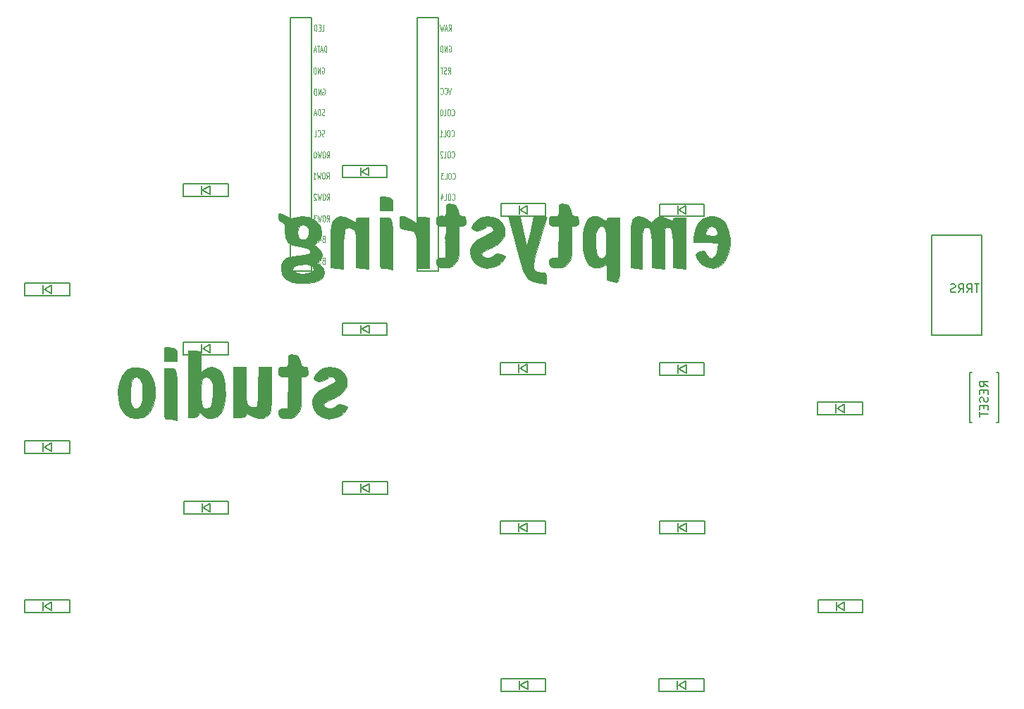
<source format=gbr>
G04 #@! TF.GenerationSoftware,KiCad,Pcbnew,(5.0.2)-1*
G04 #@! TF.CreationDate,2019-02-18T16:39:31+08:00*
G04 #@! TF.ProjectId,Shinonome,5368696e-6f6e-46f6-9d65-2e6b69636164,rev?*
G04 #@! TF.SameCoordinates,Original*
G04 #@! TF.FileFunction,Legend,Bot*
G04 #@! TF.FilePolarity,Positive*
%FSLAX46Y46*%
G04 Gerber Fmt 4.6, Leading zero omitted, Abs format (unit mm)*
G04 Created by KiCad (PCBNEW (5.0.2)-1) date 18/02/2019 16:39:31*
%MOMM*%
%LPD*%
G01*
G04 APERTURE LIST*
%ADD10C,0.150000*%
%ADD11C,0.010000*%
%ADD12C,0.125000*%
G04 APERTURE END LIST*
D10*
G04 #@! TO.C,U1*
X134513600Y-101632000D02*
X134513600Y-71152000D01*
X131973600Y-101632000D02*
X134513600Y-101632000D01*
X131973600Y-71152000D02*
X131973600Y-101632000D01*
X134513600Y-71152000D02*
X131973600Y-71152000D01*
X149733600Y-101632000D02*
X149733600Y-71152000D01*
X147193600Y-101632000D02*
X149733600Y-101632000D01*
X147193600Y-71152000D02*
X147193600Y-101632000D01*
X149733600Y-71152000D02*
X147193600Y-71152000D01*
G04 #@! TO.C,D1*
X102370000Y-103870000D02*
X103270000Y-103370000D01*
X103270000Y-103370000D02*
X103270000Y-104370000D01*
X103270000Y-104370000D02*
X102370000Y-103870000D01*
X102270000Y-103370000D02*
X102270000Y-104370000D01*
X105470000Y-103120000D02*
X100070000Y-103120000D01*
X100070000Y-103120000D02*
X100070000Y-104620000D01*
X100070000Y-104620000D02*
X105470000Y-104620000D01*
X105470000Y-104620000D02*
X105470000Y-103120000D01*
G04 #@! TO.C,D2*
X102370000Y-122820000D02*
X103270000Y-122320000D01*
X103270000Y-122320000D02*
X103270000Y-123320000D01*
X103270000Y-123320000D02*
X102370000Y-122820000D01*
X102270000Y-122320000D02*
X102270000Y-123320000D01*
X105470000Y-122070000D02*
X100070000Y-122070000D01*
X100070000Y-122070000D02*
X100070000Y-123570000D01*
X100070000Y-123570000D02*
X105470000Y-123570000D01*
X105470000Y-123570000D02*
X105470000Y-122070000D01*
G04 #@! TO.C,D3*
X102370000Y-141930000D02*
X103270000Y-141430000D01*
X103270000Y-141430000D02*
X103270000Y-142430000D01*
X103270000Y-142430000D02*
X102370000Y-141930000D01*
X102270000Y-141430000D02*
X102270000Y-142430000D01*
X105470000Y-141180000D02*
X100070000Y-141180000D01*
X100070000Y-141180000D02*
X100070000Y-142680000D01*
X100070000Y-142680000D02*
X105470000Y-142680000D01*
X105470000Y-142680000D02*
X105470000Y-141180000D01*
G04 #@! TO.C,D4*
X124490000Y-92660000D02*
X124490000Y-91160000D01*
X119090000Y-92660000D02*
X124490000Y-92660000D01*
X119090000Y-91160000D02*
X119090000Y-92660000D01*
X124490000Y-91160000D02*
X119090000Y-91160000D01*
X121290000Y-91410000D02*
X121290000Y-92410000D01*
X122290000Y-92410000D02*
X121390000Y-91910000D01*
X122290000Y-91410000D02*
X122290000Y-92410000D01*
X121390000Y-91910000D02*
X122290000Y-91410000D01*
G04 #@! TO.C,D5*
X124520000Y-111730000D02*
X124520000Y-110230000D01*
X119120000Y-111730000D02*
X124520000Y-111730000D01*
X119120000Y-110230000D02*
X119120000Y-111730000D01*
X124520000Y-110230000D02*
X119120000Y-110230000D01*
X121320000Y-110480000D02*
X121320000Y-111480000D01*
X122320000Y-111480000D02*
X121420000Y-110980000D01*
X122320000Y-110480000D02*
X122320000Y-111480000D01*
X121420000Y-110980000D02*
X122320000Y-110480000D01*
G04 #@! TO.C,D6*
X124530000Y-130820000D02*
X124530000Y-129320000D01*
X119130000Y-130820000D02*
X124530000Y-130820000D01*
X119130000Y-129320000D02*
X119130000Y-130820000D01*
X124530000Y-129320000D02*
X119130000Y-129320000D01*
X121330000Y-129570000D02*
X121330000Y-130570000D01*
X122330000Y-130570000D02*
X121430000Y-130070000D01*
X122330000Y-129570000D02*
X122330000Y-130570000D01*
X121430000Y-130070000D02*
X122330000Y-129570000D01*
G04 #@! TO.C,D7*
X140480000Y-89670000D02*
X141380000Y-89170000D01*
X141380000Y-89170000D02*
X141380000Y-90170000D01*
X141380000Y-90170000D02*
X140480000Y-89670000D01*
X140380000Y-89170000D02*
X140380000Y-90170000D01*
X143580000Y-88920000D02*
X138180000Y-88920000D01*
X138180000Y-88920000D02*
X138180000Y-90420000D01*
X138180000Y-90420000D02*
X143580000Y-90420000D01*
X143580000Y-90420000D02*
X143580000Y-88920000D01*
G04 #@! TO.C,D8*
X140490000Y-108620000D02*
X141390000Y-108120000D01*
X141390000Y-108120000D02*
X141390000Y-109120000D01*
X141390000Y-109120000D02*
X140490000Y-108620000D01*
X140390000Y-108120000D02*
X140390000Y-109120000D01*
X143590000Y-107870000D02*
X138190000Y-107870000D01*
X138190000Y-107870000D02*
X138190000Y-109370000D01*
X138190000Y-109370000D02*
X143590000Y-109370000D01*
X143590000Y-109370000D02*
X143590000Y-107870000D01*
G04 #@! TO.C,D9*
X140500000Y-127690000D02*
X141400000Y-127190000D01*
X141400000Y-127190000D02*
X141400000Y-128190000D01*
X141400000Y-128190000D02*
X140500000Y-127690000D01*
X140400000Y-127190000D02*
X140400000Y-128190000D01*
X143600000Y-126940000D02*
X138200000Y-126940000D01*
X138200000Y-126940000D02*
X138200000Y-128440000D01*
X138200000Y-128440000D02*
X143600000Y-128440000D01*
X143600000Y-128440000D02*
X143600000Y-126940000D01*
G04 #@! TO.C,D10*
X162630000Y-95040000D02*
X162630000Y-93540000D01*
X157230000Y-95040000D02*
X162630000Y-95040000D01*
X157230000Y-93540000D02*
X157230000Y-95040000D01*
X162630000Y-93540000D02*
X157230000Y-93540000D01*
X159430000Y-93790000D02*
X159430000Y-94790000D01*
X160430000Y-94790000D02*
X159530000Y-94290000D01*
X160430000Y-93790000D02*
X160430000Y-94790000D01*
X159530000Y-94290000D02*
X160430000Y-93790000D01*
G04 #@! TO.C,D11*
X162620000Y-114110000D02*
X162620000Y-112610000D01*
X157220000Y-114110000D02*
X162620000Y-114110000D01*
X157220000Y-112610000D02*
X157220000Y-114110000D01*
X162620000Y-112610000D02*
X157220000Y-112610000D01*
X159420000Y-112860000D02*
X159420000Y-113860000D01*
X160420000Y-113860000D02*
X159520000Y-113360000D01*
X160420000Y-112860000D02*
X160420000Y-113860000D01*
X159520000Y-113360000D02*
X160420000Y-112860000D01*
G04 #@! TO.C,D12*
X162600000Y-133190000D02*
X162600000Y-131690000D01*
X157200000Y-133190000D02*
X162600000Y-133190000D01*
X157200000Y-131690000D02*
X157200000Y-133190000D01*
X162600000Y-131690000D02*
X157200000Y-131690000D01*
X159400000Y-131940000D02*
X159400000Y-132940000D01*
X160400000Y-132940000D02*
X159500000Y-132440000D01*
X160400000Y-131940000D02*
X160400000Y-132940000D01*
X159500000Y-132440000D02*
X160400000Y-131940000D01*
G04 #@! TO.C,D13*
X159540000Y-151450000D02*
X160440000Y-150950000D01*
X160440000Y-150950000D02*
X160440000Y-151950000D01*
X160440000Y-151950000D02*
X159540000Y-151450000D01*
X159440000Y-150950000D02*
X159440000Y-151950000D01*
X162640000Y-150700000D02*
X157240000Y-150700000D01*
X157240000Y-150700000D02*
X157240000Y-152200000D01*
X157240000Y-152200000D02*
X162640000Y-152200000D01*
X162640000Y-152200000D02*
X162640000Y-150700000D01*
G04 #@! TO.C,D14*
X178580000Y-94310000D02*
X179480000Y-93810000D01*
X179480000Y-93810000D02*
X179480000Y-94810000D01*
X179480000Y-94810000D02*
X178580000Y-94310000D01*
X178480000Y-93810000D02*
X178480000Y-94810000D01*
X181680000Y-93560000D02*
X176280000Y-93560000D01*
X176280000Y-93560000D02*
X176280000Y-95060000D01*
X176280000Y-95060000D02*
X181680000Y-95060000D01*
X181680000Y-95060000D02*
X181680000Y-93560000D01*
G04 #@! TO.C,D15*
X181690000Y-114150000D02*
X181690000Y-112650000D01*
X176290000Y-114150000D02*
X181690000Y-114150000D01*
X176290000Y-112650000D02*
X176290000Y-114150000D01*
X181690000Y-112650000D02*
X176290000Y-112650000D01*
X178490000Y-112900000D02*
X178490000Y-113900000D01*
X179490000Y-113900000D02*
X178590000Y-113400000D01*
X179490000Y-112900000D02*
X179490000Y-113900000D01*
X178590000Y-113400000D02*
X179490000Y-112900000D01*
G04 #@! TO.C,D16*
X178610000Y-132440000D02*
X179510000Y-131940000D01*
X179510000Y-131940000D02*
X179510000Y-132940000D01*
X179510000Y-132940000D02*
X178610000Y-132440000D01*
X178510000Y-131940000D02*
X178510000Y-132940000D01*
X181710000Y-131690000D02*
X176310000Y-131690000D01*
X176310000Y-131690000D02*
X176310000Y-133190000D01*
X176310000Y-133190000D02*
X181710000Y-133190000D01*
X181710000Y-133190000D02*
X181710000Y-131690000D01*
G04 #@! TO.C,D17*
X178560000Y-151440000D02*
X179460000Y-150940000D01*
X179460000Y-150940000D02*
X179460000Y-151940000D01*
X179460000Y-151940000D02*
X178560000Y-151440000D01*
X178460000Y-150940000D02*
X178460000Y-151940000D01*
X181660000Y-150690000D02*
X176260000Y-150690000D01*
X176260000Y-150690000D02*
X176260000Y-152190000D01*
X176260000Y-152190000D02*
X181660000Y-152190000D01*
X181660000Y-152190000D02*
X181660000Y-150690000D01*
G04 #@! TO.C,D18*
X197610000Y-118170000D02*
X198510000Y-117670000D01*
X198510000Y-117670000D02*
X198510000Y-118670000D01*
X198510000Y-118670000D02*
X197610000Y-118170000D01*
X197510000Y-117670000D02*
X197510000Y-118670000D01*
X200710000Y-117420000D02*
X195310000Y-117420000D01*
X195310000Y-117420000D02*
X195310000Y-118920000D01*
X195310000Y-118920000D02*
X200710000Y-118920000D01*
X200710000Y-118920000D02*
X200710000Y-117420000D01*
G04 #@! TO.C,D19*
X197630000Y-141940000D02*
X198530000Y-141440000D01*
X198530000Y-141440000D02*
X198530000Y-142440000D01*
X198530000Y-142440000D02*
X197630000Y-141940000D01*
X197530000Y-141440000D02*
X197530000Y-142440000D01*
X200730000Y-141190000D02*
X195330000Y-141190000D01*
X195330000Y-141190000D02*
X195330000Y-142690000D01*
X195330000Y-142690000D02*
X200730000Y-142690000D01*
X200730000Y-142690000D02*
X200730000Y-141190000D01*
G04 #@! TO.C,J1*
X209010000Y-97330000D02*
X215010000Y-97330000D01*
X215010000Y-97330000D02*
X215010000Y-109330000D01*
X215010000Y-109330000D02*
X209010000Y-109330000D01*
X209010000Y-109330000D02*
X209010000Y-97330000D01*
G04 #@! TO.C,SW20*
X213810000Y-119860000D02*
X213560000Y-119860000D01*
X213560000Y-119860000D02*
X213560000Y-113860000D01*
X213560000Y-113860000D02*
X213810000Y-113860000D01*
X216810000Y-113860000D02*
X217060000Y-113860000D01*
X217060000Y-113860000D02*
X217060000Y-119860000D01*
X217060000Y-119860000D02*
X216810000Y-119860000D01*
D11*
G04 #@! TO.C,G\002A\002A\002A*
G36*
X142828045Y-92700350D02*
X142705576Y-92934695D01*
X142680758Y-93418828D01*
X142680667Y-93491333D01*
X142680667Y-94338000D01*
X144204667Y-94338000D01*
X144204667Y-93597167D01*
X144184697Y-93130739D01*
X144080002Y-92895042D01*
X143823406Y-92782592D01*
X143675500Y-92750500D01*
X143125557Y-92658162D01*
X142828045Y-92700350D01*
X142828045Y-92700350D01*
G37*
X142828045Y-92700350D02*
X142705576Y-92934695D01*
X142680758Y-93418828D01*
X142680667Y-93491333D01*
X142680667Y-94338000D01*
X144204667Y-94338000D01*
X144204667Y-93597167D01*
X144184697Y-93130739D01*
X144080002Y-92895042D01*
X143823406Y-92782592D01*
X143675500Y-92750500D01*
X143125557Y-92658162D01*
X142828045Y-92700350D01*
G36*
X145100707Y-95106737D02*
X145054551Y-95390596D01*
X145051334Y-95734524D01*
X145065465Y-96204799D01*
X145164244Y-96442139D01*
X145432252Y-96552275D01*
X145749875Y-96607750D01*
X146278689Y-96699721D01*
X146645156Y-96815510D01*
X146879042Y-97012312D01*
X147010115Y-97347325D01*
X147068142Y-97877744D01*
X147082888Y-98660766D01*
X147083334Y-99169958D01*
X147083334Y-101280667D01*
X148607334Y-101280667D01*
X148607334Y-95218768D01*
X147845334Y-95158164D01*
X147376382Y-95136720D01*
X147153429Y-95197531D01*
X147086540Y-95379917D01*
X147083334Y-95491310D01*
X147083334Y-95885061D01*
X146589585Y-95533481D01*
X146086774Y-95254185D01*
X145573585Y-95077450D01*
X145252647Y-95028866D01*
X145100707Y-95106737D01*
X145100707Y-95106737D01*
G37*
X145100707Y-95106737D02*
X145054551Y-95390596D01*
X145051334Y-95734524D01*
X145065465Y-96204799D01*
X145164244Y-96442139D01*
X145432252Y-96552275D01*
X145749875Y-96607750D01*
X146278689Y-96699721D01*
X146645156Y-96815510D01*
X146879042Y-97012312D01*
X147010115Y-97347325D01*
X147068142Y-97877744D01*
X147082888Y-98660766D01*
X147083334Y-99169958D01*
X147083334Y-101280667D01*
X148607334Y-101280667D01*
X148607334Y-95218768D01*
X147845334Y-95158164D01*
X147376382Y-95136720D01*
X147153429Y-95197531D01*
X147086540Y-95379917D01*
X147083334Y-95491310D01*
X147083334Y-95885061D01*
X146589585Y-95533481D01*
X146086774Y-95254185D01*
X145573585Y-95077450D01*
X145252647Y-95028866D01*
X145100707Y-95106737D01*
G36*
X150726754Y-93578225D02*
X150647311Y-93855303D01*
X150639334Y-94253333D01*
X150626682Y-94721539D01*
X150540935Y-94943250D01*
X150310406Y-95010633D01*
X150046667Y-95015333D01*
X149649443Y-95041546D01*
X149486539Y-95189439D01*
X149454074Y-95562889D01*
X149454000Y-95608000D01*
X149479780Y-96003971D01*
X149626085Y-96167326D01*
X149996366Y-96200554D01*
X150052213Y-96200667D01*
X150650426Y-96200667D01*
X150602546Y-98105667D01*
X150554667Y-100010667D01*
X149994460Y-100064465D01*
X149614895Y-100132180D01*
X149478728Y-100307029D01*
X149486460Y-100657132D01*
X149541316Y-100983693D01*
X149686447Y-101150307D01*
X150017201Y-101222446D01*
X150346601Y-101247758D01*
X150885518Y-101250474D01*
X151252554Y-101134698D01*
X151608582Y-100844943D01*
X151658934Y-100795117D01*
X151870896Y-100573626D01*
X152013190Y-100365221D01*
X152099699Y-100099739D01*
X152144305Y-99707013D01*
X152160889Y-99116880D01*
X152163334Y-98259176D01*
X152163334Y-96200667D01*
X152586667Y-96200667D01*
X152872950Y-96156386D01*
X152990149Y-95957124D01*
X153010000Y-95608000D01*
X152978269Y-95207104D01*
X152835912Y-95043003D01*
X152588668Y-95015333D01*
X152303277Y-94964052D01*
X152148250Y-94748120D01*
X152061808Y-94355394D01*
X151951780Y-93909091D01*
X151751437Y-93688039D01*
X151445973Y-93593394D01*
X150964137Y-93514516D01*
X150726754Y-93578225D01*
X150726754Y-93578225D01*
G37*
X150726754Y-93578225D02*
X150647311Y-93855303D01*
X150639334Y-94253333D01*
X150626682Y-94721539D01*
X150540935Y-94943250D01*
X150310406Y-95010633D01*
X150046667Y-95015333D01*
X149649443Y-95041546D01*
X149486539Y-95189439D01*
X149454074Y-95562889D01*
X149454000Y-95608000D01*
X149479780Y-96003971D01*
X149626085Y-96167326D01*
X149996366Y-96200554D01*
X150052213Y-96200667D01*
X150650426Y-96200667D01*
X150602546Y-98105667D01*
X150554667Y-100010667D01*
X149994460Y-100064465D01*
X149614895Y-100132180D01*
X149478728Y-100307029D01*
X149486460Y-100657132D01*
X149541316Y-100983693D01*
X149686447Y-101150307D01*
X150017201Y-101222446D01*
X150346601Y-101247758D01*
X150885518Y-101250474D01*
X151252554Y-101134698D01*
X151608582Y-100844943D01*
X151658934Y-100795117D01*
X151870896Y-100573626D01*
X152013190Y-100365221D01*
X152099699Y-100099739D01*
X152144305Y-99707013D01*
X152160889Y-99116880D01*
X152163334Y-98259176D01*
X152163334Y-96200667D01*
X152586667Y-96200667D01*
X152872950Y-96156386D01*
X152990149Y-95957124D01*
X153010000Y-95608000D01*
X152978269Y-95207104D01*
X152835912Y-95043003D01*
X152588668Y-95015333D01*
X152303277Y-94964052D01*
X152148250Y-94748120D01*
X152061808Y-94355394D01*
X151951780Y-93909091D01*
X151751437Y-93688039D01*
X151445973Y-93593394D01*
X150964137Y-93514516D01*
X150726754Y-93578225D01*
G36*
X154830969Y-95216703D02*
X154587141Y-95345572D01*
X154144847Y-95691297D01*
X153844033Y-96069940D01*
X153738795Y-96399175D01*
X153798647Y-96545530D01*
X154240460Y-96779751D01*
X154737743Y-96772845D01*
X155117987Y-96548925D01*
X155547416Y-96246414D01*
X155971975Y-96253063D01*
X156193467Y-96403867D01*
X156354370Y-96616679D01*
X156328730Y-96802089D01*
X156077310Y-97003839D01*
X155560874Y-97265672D01*
X155323603Y-97373615D01*
X154434776Y-97857293D01*
X153857968Y-98382654D01*
X153566742Y-98979416D01*
X153518000Y-99403158D01*
X153665811Y-100152352D01*
X154102255Y-100727323D01*
X154635359Y-101044554D01*
X155527782Y-101262110D01*
X156373394Y-101166870D01*
X156851527Y-100950428D01*
X157290394Y-100605213D01*
X157621239Y-100207229D01*
X157751334Y-99869030D01*
X157609992Y-99765350D01*
X157266752Y-99621004D01*
X157236802Y-99610430D01*
X156830245Y-99518125D01*
X156541070Y-99627488D01*
X156390135Y-99763198D01*
X155940111Y-100035262D01*
X155453106Y-100068760D01*
X155056211Y-99857162D01*
X155034947Y-99832835D01*
X154928185Y-99589407D01*
X155057803Y-99354591D01*
X155455735Y-99096906D01*
X156058000Y-98824247D01*
X156870895Y-98408543D01*
X157389956Y-97940071D01*
X157659879Y-97375771D01*
X157686454Y-97255413D01*
X157676679Y-96519848D01*
X157397515Y-95891490D01*
X156911162Y-95408668D01*
X156279821Y-95109711D01*
X155565690Y-95032946D01*
X154830969Y-95216703D01*
X154830969Y-95216703D01*
G37*
X154830969Y-95216703D02*
X154587141Y-95345572D01*
X154144847Y-95691297D01*
X153844033Y-96069940D01*
X153738795Y-96399175D01*
X153798647Y-96545530D01*
X154240460Y-96779751D01*
X154737743Y-96772845D01*
X155117987Y-96548925D01*
X155547416Y-96246414D01*
X155971975Y-96253063D01*
X156193467Y-96403867D01*
X156354370Y-96616679D01*
X156328730Y-96802089D01*
X156077310Y-97003839D01*
X155560874Y-97265672D01*
X155323603Y-97373615D01*
X154434776Y-97857293D01*
X153857968Y-98382654D01*
X153566742Y-98979416D01*
X153518000Y-99403158D01*
X153665811Y-100152352D01*
X154102255Y-100727323D01*
X154635359Y-101044554D01*
X155527782Y-101262110D01*
X156373394Y-101166870D01*
X156851527Y-100950428D01*
X157290394Y-100605213D01*
X157621239Y-100207229D01*
X157751334Y-99869030D01*
X157609992Y-99765350D01*
X157266752Y-99621004D01*
X157236802Y-99610430D01*
X156830245Y-99518125D01*
X156541070Y-99627488D01*
X156390135Y-99763198D01*
X155940111Y-100035262D01*
X155453106Y-100068760D01*
X155056211Y-99857162D01*
X155034947Y-99832835D01*
X154928185Y-99589407D01*
X155057803Y-99354591D01*
X155455735Y-99096906D01*
X156058000Y-98824247D01*
X156870895Y-98408543D01*
X157389956Y-97940071D01*
X157659879Y-97375771D01*
X157686454Y-97255413D01*
X157676679Y-96519848D01*
X157397515Y-95891490D01*
X156911162Y-95408668D01*
X156279821Y-95109711D01*
X155565690Y-95032946D01*
X154830969Y-95216703D01*
G36*
X164273420Y-93578225D02*
X164193978Y-93855303D01*
X164186000Y-94253333D01*
X164173348Y-94721539D01*
X164087601Y-94943250D01*
X163857073Y-95010633D01*
X163593334Y-95015333D01*
X163196110Y-95041546D01*
X163033205Y-95189439D01*
X163000741Y-95562889D01*
X163000667Y-95608000D01*
X163026447Y-96003971D01*
X163172752Y-96167326D01*
X163543033Y-96200554D01*
X163598880Y-96200667D01*
X164197092Y-96200667D01*
X164101334Y-100010667D01*
X163541127Y-100064465D01*
X163161561Y-100132180D01*
X163025395Y-100307029D01*
X163033127Y-100657132D01*
X163087983Y-100983693D01*
X163233114Y-101150307D01*
X163563868Y-101222446D01*
X163893268Y-101247758D01*
X164432185Y-101250474D01*
X164799221Y-101134698D01*
X165155249Y-100844943D01*
X165205601Y-100795117D01*
X165417563Y-100573626D01*
X165559857Y-100365221D01*
X165646366Y-100099739D01*
X165690972Y-99707013D01*
X165707556Y-99116880D01*
X165710000Y-98259176D01*
X165710000Y-96200667D01*
X166133334Y-96200667D01*
X166419617Y-96156386D01*
X166536816Y-95957124D01*
X166556667Y-95608000D01*
X166524936Y-95207104D01*
X166382578Y-95043003D01*
X166135335Y-95015333D01*
X165849944Y-94964052D01*
X165694917Y-94748120D01*
X165608474Y-94355394D01*
X165498447Y-93909091D01*
X165298103Y-93688039D01*
X164992640Y-93593394D01*
X164510804Y-93514516D01*
X164273420Y-93578225D01*
X164273420Y-93578225D01*
G37*
X164273420Y-93578225D02*
X164193978Y-93855303D01*
X164186000Y-94253333D01*
X164173348Y-94721539D01*
X164087601Y-94943250D01*
X163857073Y-95010633D01*
X163593334Y-95015333D01*
X163196110Y-95041546D01*
X163033205Y-95189439D01*
X163000741Y-95562889D01*
X163000667Y-95608000D01*
X163026447Y-96003971D01*
X163172752Y-96167326D01*
X163543033Y-96200554D01*
X163598880Y-96200667D01*
X164197092Y-96200667D01*
X164101334Y-100010667D01*
X163541127Y-100064465D01*
X163161561Y-100132180D01*
X163025395Y-100307029D01*
X163033127Y-100657132D01*
X163087983Y-100983693D01*
X163233114Y-101150307D01*
X163563868Y-101222446D01*
X163893268Y-101247758D01*
X164432185Y-101250474D01*
X164799221Y-101134698D01*
X165155249Y-100844943D01*
X165205601Y-100795117D01*
X165417563Y-100573626D01*
X165559857Y-100365221D01*
X165646366Y-100099739D01*
X165690972Y-99707013D01*
X165707556Y-99116880D01*
X165710000Y-98259176D01*
X165710000Y-96200667D01*
X166133334Y-96200667D01*
X166419617Y-96156386D01*
X166536816Y-95957124D01*
X166556667Y-95608000D01*
X166524936Y-95207104D01*
X166382578Y-95043003D01*
X166135335Y-95015333D01*
X165849944Y-94964052D01*
X165694917Y-94748120D01*
X165608474Y-94355394D01*
X165498447Y-93909091D01*
X165298103Y-93688039D01*
X164992640Y-93593394D01*
X164510804Y-93514516D01*
X164273420Y-93578225D01*
G36*
X182336457Y-95071107D02*
X181561989Y-95288437D01*
X180987063Y-95767537D01*
X180605229Y-96516720D01*
X180410038Y-97544299D01*
X180409066Y-97555333D01*
X180357334Y-98148000D01*
X181859541Y-98197225D01*
X183361747Y-98246451D01*
X183249114Y-98950824D01*
X183136160Y-99447185D01*
X182993701Y-99815126D01*
X182953839Y-99875265D01*
X182603782Y-100091549D01*
X182235607Y-100015973D01*
X181949264Y-99674099D01*
X181923383Y-99611748D01*
X181773321Y-99295051D01*
X181574671Y-99207922D01*
X181195451Y-99295566D01*
X181176092Y-99301493D01*
X180778178Y-99454992D01*
X180638308Y-99649495D01*
X180726134Y-99980482D01*
X180868200Y-100270209D01*
X181324412Y-100811516D01*
X181975197Y-101158202D01*
X182714597Y-101271778D01*
X183320667Y-101161079D01*
X183860771Y-100797589D01*
X184310327Y-100180032D01*
X184635271Y-99388264D01*
X184801540Y-98502140D01*
X184790473Y-97715443D01*
X184635387Y-97001466D01*
X183293979Y-97001466D01*
X183258673Y-97253587D01*
X182929567Y-97368400D01*
X182558667Y-97386000D01*
X182104199Y-97354552D01*
X181831610Y-97274986D01*
X181796667Y-97227690D01*
X181852357Y-96962920D01*
X181961809Y-96635023D01*
X182226558Y-96283746D01*
X182587969Y-96223038D01*
X182961465Y-96457378D01*
X183057065Y-96577011D01*
X183293979Y-97001466D01*
X184635387Y-97001466D01*
X184555996Y-96635974D01*
X184145660Y-95828794D01*
X183568318Y-95303444D01*
X182832825Y-95069466D01*
X182336457Y-95071107D01*
X182336457Y-95071107D01*
G37*
X182336457Y-95071107D02*
X181561989Y-95288437D01*
X180987063Y-95767537D01*
X180605229Y-96516720D01*
X180410038Y-97544299D01*
X180409066Y-97555333D01*
X180357334Y-98148000D01*
X181859541Y-98197225D01*
X183361747Y-98246451D01*
X183249114Y-98950824D01*
X183136160Y-99447185D01*
X182993701Y-99815126D01*
X182953839Y-99875265D01*
X182603782Y-100091549D01*
X182235607Y-100015973D01*
X181949264Y-99674099D01*
X181923383Y-99611748D01*
X181773321Y-99295051D01*
X181574671Y-99207922D01*
X181195451Y-99295566D01*
X181176092Y-99301493D01*
X180778178Y-99454992D01*
X180638308Y-99649495D01*
X180726134Y-99980482D01*
X180868200Y-100270209D01*
X181324412Y-100811516D01*
X181975197Y-101158202D01*
X182714597Y-101271778D01*
X183320667Y-101161079D01*
X183860771Y-100797589D01*
X184310327Y-100180032D01*
X184635271Y-99388264D01*
X184801540Y-98502140D01*
X184790473Y-97715443D01*
X184635387Y-97001466D01*
X183293979Y-97001466D01*
X183258673Y-97253587D01*
X182929567Y-97368400D01*
X182558667Y-97386000D01*
X182104199Y-97354552D01*
X181831610Y-97274986D01*
X181796667Y-97227690D01*
X181852357Y-96962920D01*
X181961809Y-96635023D01*
X182226558Y-96283746D01*
X182587969Y-96223038D01*
X182961465Y-96457378D01*
X183057065Y-96577011D01*
X183293979Y-97001466D01*
X184635387Y-97001466D01*
X184555996Y-96635974D01*
X184145660Y-95828794D01*
X183568318Y-95303444D01*
X182832825Y-95069466D01*
X182336457Y-95071107D01*
G36*
X137331035Y-95275662D02*
X136973056Y-95798733D01*
X136941145Y-95883694D01*
X136872848Y-96246923D01*
X136815716Y-96869566D01*
X136774771Y-97672422D01*
X136755040Y-98576293D01*
X136754000Y-98833551D01*
X136754000Y-101246565D01*
X137511604Y-101306820D01*
X138269208Y-101367074D01*
X138315937Y-99013716D01*
X138340641Y-98052318D01*
X138374933Y-97375469D01*
X138425906Y-96929063D01*
X138500652Y-96658992D01*
X138606265Y-96511148D01*
X138647977Y-96480665D01*
X138990997Y-96396605D01*
X139367643Y-96533433D01*
X139543416Y-96637138D01*
X139663929Y-96766396D01*
X139739611Y-96980577D01*
X139780890Y-97339048D01*
X139798196Y-97901179D01*
X139801955Y-98726339D01*
X139802000Y-99006230D01*
X139802000Y-101246565D01*
X140564000Y-101307169D01*
X141326000Y-101367774D01*
X141326000Y-95184667D01*
X140564000Y-95184667D01*
X140087130Y-95207217D01*
X139861729Y-95299858D01*
X139802172Y-95500069D01*
X139802000Y-95518230D01*
X139781537Y-95710264D01*
X139670072Y-95731720D01*
X139392489Y-95572279D01*
X139185704Y-95433563D01*
X138475793Y-95085370D01*
X137844759Y-95035305D01*
X137331035Y-95275662D01*
X137331035Y-95275662D01*
G37*
X137331035Y-95275662D02*
X136973056Y-95798733D01*
X136941145Y-95883694D01*
X136872848Y-96246923D01*
X136815716Y-96869566D01*
X136774771Y-97672422D01*
X136755040Y-98576293D01*
X136754000Y-98833551D01*
X136754000Y-101246565D01*
X137511604Y-101306820D01*
X138269208Y-101367074D01*
X138315937Y-99013716D01*
X138340641Y-98052318D01*
X138374933Y-97375469D01*
X138425906Y-96929063D01*
X138500652Y-96658992D01*
X138606265Y-96511148D01*
X138647977Y-96480665D01*
X138990997Y-96396605D01*
X139367643Y-96533433D01*
X139543416Y-96637138D01*
X139663929Y-96766396D01*
X139739611Y-96980577D01*
X139780890Y-97339048D01*
X139798196Y-97901179D01*
X139801955Y-98726339D01*
X139802000Y-99006230D01*
X139802000Y-101246565D01*
X140564000Y-101307169D01*
X141326000Y-101367774D01*
X141326000Y-95184667D01*
X140564000Y-95184667D01*
X140087130Y-95207217D01*
X139861729Y-95299858D01*
X139802172Y-95500069D01*
X139802000Y-95518230D01*
X139781537Y-95710264D01*
X139670072Y-95731720D01*
X139392489Y-95572279D01*
X139185704Y-95433563D01*
X138475793Y-95085370D01*
X137844759Y-95035305D01*
X137331035Y-95275662D01*
G36*
X142680667Y-98232667D02*
X142681632Y-99315361D01*
X142688367Y-100105511D01*
X142706634Y-100649237D01*
X142742192Y-100992661D01*
X142800804Y-101181906D01*
X142888229Y-101263092D01*
X143010228Y-101282342D01*
X143061667Y-101282979D01*
X143552070Y-101331048D01*
X143823667Y-101387395D01*
X144204667Y-101489499D01*
X144204667Y-98439866D01*
X144203564Y-97315481D01*
X144190859Y-96485196D01*
X144152453Y-95904454D01*
X144074251Y-95528699D01*
X143942156Y-95313371D01*
X143742071Y-95213915D01*
X143459901Y-95185774D01*
X143174818Y-95184667D01*
X142680667Y-95184667D01*
X142680667Y-98232667D01*
X142680667Y-98232667D01*
G37*
X142680667Y-98232667D02*
X142681632Y-99315361D01*
X142688367Y-100105511D01*
X142706634Y-100649237D01*
X142742192Y-100992661D01*
X142800804Y-101181906D01*
X142888229Y-101263092D01*
X143010228Y-101282342D01*
X143061667Y-101282979D01*
X143552070Y-101331048D01*
X143823667Y-101387395D01*
X144204667Y-101489499D01*
X144204667Y-98439866D01*
X144203564Y-97315481D01*
X144190859Y-96485196D01*
X144152453Y-95904454D01*
X144074251Y-95528699D01*
X143942156Y-95313371D01*
X143742071Y-95213915D01*
X143459901Y-95185774D01*
X143174818Y-95184667D01*
X142680667Y-95184667D01*
X142680667Y-98232667D01*
G36*
X173245388Y-95216765D02*
X173085602Y-95391678D01*
X172982271Y-95603337D01*
X172908661Y-95931008D01*
X172860415Y-96426183D01*
X172833175Y-97140351D01*
X172822585Y-98125004D01*
X172822000Y-98506558D01*
X172822000Y-101245094D01*
X173499334Y-101309689D01*
X174176667Y-101374283D01*
X174176667Y-99139991D01*
X174182894Y-98103908D01*
X174207096Y-97359749D01*
X174257555Y-96860907D01*
X174342554Y-96560780D01*
X174470374Y-96412760D01*
X174649297Y-96370244D01*
X174668917Y-96370000D01*
X174933971Y-96408300D01*
X175122664Y-96554712D01*
X175247398Y-96856500D01*
X175320576Y-97360932D01*
X175354600Y-98115272D01*
X175362000Y-99011482D01*
X175362000Y-101246565D01*
X176124000Y-101307169D01*
X176886000Y-101367774D01*
X176886000Y-98868887D01*
X176889053Y-97898643D01*
X176902293Y-97216843D01*
X176931842Y-96773288D01*
X176983824Y-96517782D01*
X177064362Y-96400124D01*
X177179578Y-96370117D01*
X177190801Y-96370000D01*
X177462441Y-96406588D01*
X177655782Y-96548021D01*
X177783613Y-96841800D01*
X177858725Y-97335428D01*
X177893906Y-98076407D01*
X177902000Y-99011482D01*
X177902000Y-101246565D01*
X178664000Y-101307169D01*
X179426000Y-101367774D01*
X179426000Y-95184667D01*
X178664000Y-95184667D01*
X178169514Y-95215043D01*
X177940804Y-95322285D01*
X177902000Y-95452477D01*
X177860143Y-95599186D01*
X177685830Y-95569268D01*
X177331680Y-95367811D01*
X176668583Y-95082111D01*
X176105482Y-95084665D01*
X175682492Y-95367597D01*
X175490928Y-95729217D01*
X175334404Y-95786044D01*
X174987005Y-95573316D01*
X174870150Y-95478241D01*
X174273092Y-95115171D01*
X173710734Y-95027005D01*
X173245388Y-95216765D01*
X173245388Y-95216765D01*
G37*
X173245388Y-95216765D02*
X173085602Y-95391678D01*
X172982271Y-95603337D01*
X172908661Y-95931008D01*
X172860415Y-96426183D01*
X172833175Y-97140351D01*
X172822585Y-98125004D01*
X172822000Y-98506558D01*
X172822000Y-101245094D01*
X173499334Y-101309689D01*
X174176667Y-101374283D01*
X174176667Y-99139991D01*
X174182894Y-98103908D01*
X174207096Y-97359749D01*
X174257555Y-96860907D01*
X174342554Y-96560780D01*
X174470374Y-96412760D01*
X174649297Y-96370244D01*
X174668917Y-96370000D01*
X174933971Y-96408300D01*
X175122664Y-96554712D01*
X175247398Y-96856500D01*
X175320576Y-97360932D01*
X175354600Y-98115272D01*
X175362000Y-99011482D01*
X175362000Y-101246565D01*
X176124000Y-101307169D01*
X176886000Y-101367774D01*
X176886000Y-98868887D01*
X176889053Y-97898643D01*
X176902293Y-97216843D01*
X176931842Y-96773288D01*
X176983824Y-96517782D01*
X177064362Y-96400124D01*
X177179578Y-96370117D01*
X177190801Y-96370000D01*
X177462441Y-96406588D01*
X177655782Y-96548021D01*
X177783613Y-96841800D01*
X177858725Y-97335428D01*
X177893906Y-98076407D01*
X177902000Y-99011482D01*
X177902000Y-101246565D01*
X178664000Y-101307169D01*
X179426000Y-101367774D01*
X179426000Y-95184667D01*
X178664000Y-95184667D01*
X178169514Y-95215043D01*
X177940804Y-95322285D01*
X177902000Y-95452477D01*
X177860143Y-95599186D01*
X177685830Y-95569268D01*
X177331680Y-95367811D01*
X176668583Y-95082111D01*
X176105482Y-95084665D01*
X175682492Y-95367597D01*
X175490928Y-95729217D01*
X175334404Y-95786044D01*
X174987005Y-95573316D01*
X174870150Y-95478241D01*
X174273092Y-95115171D01*
X173710734Y-95027005D01*
X173245388Y-95216765D01*
G36*
X167801150Y-95263896D02*
X167470460Y-95678803D01*
X167238310Y-96337630D01*
X167103828Y-97160549D01*
X167066140Y-98067734D01*
X167124373Y-98979357D01*
X167277656Y-99815590D01*
X167525115Y-100496607D01*
X167863212Y-100940493D01*
X168478435Y-101235469D01*
X169125923Y-101222975D01*
X169566989Y-101017065D01*
X169776194Y-100883961D01*
X169888593Y-100899038D01*
X169934263Y-101121500D01*
X169943281Y-101610554D01*
X169943334Y-101757898D01*
X169951767Y-102318358D01*
X170005319Y-102629083D01*
X170146372Y-102778997D01*
X170417307Y-102857021D01*
X170472500Y-102868167D01*
X170787991Y-102934040D01*
X171028809Y-102963690D01*
X171204999Y-102918867D01*
X171326604Y-102761323D01*
X171403666Y-102452808D01*
X171446230Y-101955073D01*
X171464337Y-101229867D01*
X171468031Y-100238943D01*
X171467334Y-99079333D01*
X171467334Y-98947793D01*
X169911105Y-98947793D01*
X169859339Y-99559990D01*
X169759847Y-99858388D01*
X169402472Y-100082269D01*
X169031540Y-100013501D01*
X168758889Y-99674028D01*
X168753809Y-99660976D01*
X168668279Y-99267830D01*
X168608602Y-98672194D01*
X168588667Y-98071069D01*
X168615385Y-97359638D01*
X168709462Y-96884642D01*
X168891788Y-96547051D01*
X168916725Y-96515759D01*
X169194365Y-96250560D01*
X169438992Y-96244511D01*
X169551725Y-96303267D01*
X169702790Y-96450300D01*
X169802147Y-96715709D01*
X169863765Y-97168298D01*
X169901614Y-97876870D01*
X169907581Y-98055988D01*
X169911105Y-98947793D01*
X171467334Y-98947793D01*
X171467334Y-95184667D01*
X170705334Y-95184667D01*
X170210106Y-95215325D01*
X169981354Y-95323132D01*
X169943334Y-95450957D01*
X169899908Y-95597784D01*
X169724124Y-95534091D01*
X169497164Y-95366290D01*
X168883070Y-95065692D01*
X168243108Y-95064257D01*
X167801150Y-95263896D01*
X167801150Y-95263896D01*
G37*
X167801150Y-95263896D02*
X167470460Y-95678803D01*
X167238310Y-96337630D01*
X167103828Y-97160549D01*
X167066140Y-98067734D01*
X167124373Y-98979357D01*
X167277656Y-99815590D01*
X167525115Y-100496607D01*
X167863212Y-100940493D01*
X168478435Y-101235469D01*
X169125923Y-101222975D01*
X169566989Y-101017065D01*
X169776194Y-100883961D01*
X169888593Y-100899038D01*
X169934263Y-101121500D01*
X169943281Y-101610554D01*
X169943334Y-101757898D01*
X169951767Y-102318358D01*
X170005319Y-102629083D01*
X170146372Y-102778997D01*
X170417307Y-102857021D01*
X170472500Y-102868167D01*
X170787991Y-102934040D01*
X171028809Y-102963690D01*
X171204999Y-102918867D01*
X171326604Y-102761323D01*
X171403666Y-102452808D01*
X171446230Y-101955073D01*
X171464337Y-101229867D01*
X171468031Y-100238943D01*
X171467334Y-99079333D01*
X171467334Y-98947793D01*
X169911105Y-98947793D01*
X169859339Y-99559990D01*
X169759847Y-99858388D01*
X169402472Y-100082269D01*
X169031540Y-100013501D01*
X168758889Y-99674028D01*
X168753809Y-99660976D01*
X168668279Y-99267830D01*
X168608602Y-98672194D01*
X168588667Y-98071069D01*
X168615385Y-97359638D01*
X168709462Y-96884642D01*
X168891788Y-96547051D01*
X168916725Y-96515759D01*
X169194365Y-96250560D01*
X169438992Y-96244511D01*
X169551725Y-96303267D01*
X169702790Y-96450300D01*
X169802147Y-96715709D01*
X169863765Y-97168298D01*
X169901614Y-97876870D01*
X169907581Y-98055988D01*
X169911105Y-98947793D01*
X171467334Y-98947793D01*
X171467334Y-95184667D01*
X170705334Y-95184667D01*
X170210106Y-95215325D01*
X169981354Y-95323132D01*
X169943334Y-95450957D01*
X169899908Y-95597784D01*
X169724124Y-95534091D01*
X169497164Y-95366290D01*
X168883070Y-95065692D01*
X168243108Y-95064257D01*
X167801150Y-95263896D01*
G36*
X130507388Y-94916255D02*
X130488667Y-95166309D01*
X130564319Y-95557158D01*
X130841042Y-95743242D01*
X130891736Y-95757116D01*
X131123767Y-95848086D01*
X131240701Y-96031472D01*
X131276694Y-96399601D01*
X131272736Y-96787027D01*
X131351610Y-97593604D01*
X131650599Y-98161923D01*
X132196594Y-98520216D01*
X133016483Y-98696713D01*
X133098761Y-98704162D01*
X133772282Y-98815911D01*
X134203382Y-99006897D01*
X134354420Y-99255320D01*
X134307305Y-99404024D01*
X134201854Y-99500062D01*
X133978516Y-99582965D01*
X133578598Y-99665638D01*
X132943406Y-99760986D01*
X132296795Y-99846091D01*
X131550498Y-100029735D01*
X131083172Y-100375192D01*
X130859435Y-100918278D01*
X130827334Y-101333403D01*
X130950079Y-102056951D01*
X131332495Y-102577592D01*
X131995847Y-102921789D01*
X132138565Y-102964792D01*
X132945566Y-103096598D01*
X133878654Y-103114097D01*
X134749728Y-103017986D01*
X135017453Y-102954115D01*
X135555358Y-102673926D01*
X135897872Y-102251652D01*
X136026411Y-101769439D01*
X135953079Y-101445139D01*
X134706223Y-101445139D01*
X134515195Y-101685603D01*
X134477969Y-101713918D01*
X134027496Y-101892022D01*
X133424271Y-101950179D01*
X132830311Y-101887231D01*
X132440852Y-101728487D01*
X132208385Y-101437188D01*
X132289357Y-101167331D01*
X132658778Y-100952961D01*
X133083588Y-100852943D01*
X133784374Y-100784566D01*
X134242789Y-100844077D01*
X134535972Y-101047080D01*
X134619184Y-101163584D01*
X134706223Y-101445139D01*
X135953079Y-101445139D01*
X135922393Y-101309436D01*
X135567235Y-100953788D01*
X135480012Y-100909372D01*
X135193812Y-100759801D01*
X135197278Y-100637400D01*
X135400017Y-100482195D01*
X135692631Y-100098506D01*
X135720387Y-99611223D01*
X135491396Y-99117210D01*
X135266156Y-98883657D01*
X134794311Y-98492889D01*
X135187206Y-98151111D01*
X135547047Y-97641877D01*
X135669773Y-97125125D01*
X134187221Y-97125125D01*
X134036728Y-97563411D01*
X133721401Y-97826219D01*
X133300235Y-97850066D01*
X133037134Y-97733483D01*
X132866004Y-97460963D01*
X132791956Y-96998412D01*
X132791600Y-96962667D01*
X132900707Y-96448080D01*
X133172183Y-96130188D01*
X133522265Y-96033560D01*
X133867188Y-96182764D01*
X134113882Y-96574844D01*
X134187221Y-97125125D01*
X135669773Y-97125125D01*
X135699026Y-97001953D01*
X135621951Y-96371146D01*
X135496424Y-96111195D01*
X134910970Y-95507823D01*
X134144120Y-95135370D01*
X133284684Y-95020581D01*
X132428990Y-95187332D01*
X132040776Y-95265940D01*
X131650827Y-95147305D01*
X131424313Y-95017998D01*
X130926325Y-94749981D01*
X130636014Y-94713636D01*
X130507388Y-94916255D01*
X130507388Y-94916255D01*
G37*
X130507388Y-94916255D02*
X130488667Y-95166309D01*
X130564319Y-95557158D01*
X130841042Y-95743242D01*
X130891736Y-95757116D01*
X131123767Y-95848086D01*
X131240701Y-96031472D01*
X131276694Y-96399601D01*
X131272736Y-96787027D01*
X131351610Y-97593604D01*
X131650599Y-98161923D01*
X132196594Y-98520216D01*
X133016483Y-98696713D01*
X133098761Y-98704162D01*
X133772282Y-98815911D01*
X134203382Y-99006897D01*
X134354420Y-99255320D01*
X134307305Y-99404024D01*
X134201854Y-99500062D01*
X133978516Y-99582965D01*
X133578598Y-99665638D01*
X132943406Y-99760986D01*
X132296795Y-99846091D01*
X131550498Y-100029735D01*
X131083172Y-100375192D01*
X130859435Y-100918278D01*
X130827334Y-101333403D01*
X130950079Y-102056951D01*
X131332495Y-102577592D01*
X131995847Y-102921789D01*
X132138565Y-102964792D01*
X132945566Y-103096598D01*
X133878654Y-103114097D01*
X134749728Y-103017986D01*
X135017453Y-102954115D01*
X135555358Y-102673926D01*
X135897872Y-102251652D01*
X136026411Y-101769439D01*
X135953079Y-101445139D01*
X134706223Y-101445139D01*
X134515195Y-101685603D01*
X134477969Y-101713918D01*
X134027496Y-101892022D01*
X133424271Y-101950179D01*
X132830311Y-101887231D01*
X132440852Y-101728487D01*
X132208385Y-101437188D01*
X132289357Y-101167331D01*
X132658778Y-100952961D01*
X133083588Y-100852943D01*
X133784374Y-100784566D01*
X134242789Y-100844077D01*
X134535972Y-101047080D01*
X134619184Y-101163584D01*
X134706223Y-101445139D01*
X135953079Y-101445139D01*
X135922393Y-101309436D01*
X135567235Y-100953788D01*
X135480012Y-100909372D01*
X135193812Y-100759801D01*
X135197278Y-100637400D01*
X135400017Y-100482195D01*
X135692631Y-100098506D01*
X135720387Y-99611223D01*
X135491396Y-99117210D01*
X135266156Y-98883657D01*
X134794311Y-98492889D01*
X135187206Y-98151111D01*
X135547047Y-97641877D01*
X135669773Y-97125125D01*
X134187221Y-97125125D01*
X134036728Y-97563411D01*
X133721401Y-97826219D01*
X133300235Y-97850066D01*
X133037134Y-97733483D01*
X132866004Y-97460963D01*
X132791956Y-96998412D01*
X132791600Y-96962667D01*
X132900707Y-96448080D01*
X133172183Y-96130188D01*
X133522265Y-96033560D01*
X133867188Y-96182764D01*
X134113882Y-96574844D01*
X134187221Y-97125125D01*
X135669773Y-97125125D01*
X135699026Y-97001953D01*
X135621951Y-96371146D01*
X135496424Y-96111195D01*
X134910970Y-95507823D01*
X134144120Y-95135370D01*
X133284684Y-95020581D01*
X132428990Y-95187332D01*
X132040776Y-95265940D01*
X131650827Y-95147305D01*
X131424313Y-95017998D01*
X130926325Y-94749981D01*
X130636014Y-94713636D01*
X130507388Y-94916255D01*
G36*
X158949917Y-98181547D02*
X159220764Y-99209408D01*
X159481364Y-100157566D01*
X159713850Y-100964066D01*
X159900354Y-101566954D01*
X160023008Y-101904275D01*
X160024448Y-101907378D01*
X160487687Y-102542944D01*
X161181402Y-102943823D01*
X161902444Y-103101765D01*
X162662000Y-103187378D01*
X162662000Y-102488022D01*
X162644881Y-102045059D01*
X162542372Y-101844631D01*
X162277753Y-101790718D01*
X162103200Y-101788667D01*
X161667743Y-101748302D01*
X161367112Y-101604407D01*
X161199564Y-101322778D01*
X161163354Y-100869209D01*
X161256736Y-100209499D01*
X161477967Y-99309441D01*
X161825301Y-98134834D01*
X161903931Y-97882503D01*
X162176702Y-97014021D01*
X162416965Y-96252489D01*
X162604996Y-95660161D01*
X162721072Y-95299290D01*
X162745283Y-95227000D01*
X162680034Y-95089992D01*
X162335463Y-95024500D01*
X162005118Y-95015333D01*
X161189531Y-95015333D01*
X160798892Y-96795348D01*
X160632343Y-97506345D01*
X160481600Y-98063423D01*
X160365041Y-98403707D01*
X160307460Y-98476485D01*
X160231407Y-98278260D01*
X160108169Y-97824583D01*
X159957534Y-97191981D01*
X159858068Y-96738803D01*
X159509470Y-95100000D01*
X158819178Y-95048880D01*
X158128887Y-94997761D01*
X158949917Y-98181547D01*
X158949917Y-98181547D01*
G37*
X158949917Y-98181547D02*
X159220764Y-99209408D01*
X159481364Y-100157566D01*
X159713850Y-100964066D01*
X159900354Y-101566954D01*
X160023008Y-101904275D01*
X160024448Y-101907378D01*
X160487687Y-102542944D01*
X161181402Y-102943823D01*
X161902444Y-103101765D01*
X162662000Y-103187378D01*
X162662000Y-102488022D01*
X162644881Y-102045059D01*
X162542372Y-101844631D01*
X162277753Y-101790718D01*
X162103200Y-101788667D01*
X161667743Y-101748302D01*
X161367112Y-101604407D01*
X161199564Y-101322778D01*
X161163354Y-100869209D01*
X161256736Y-100209499D01*
X161477967Y-99309441D01*
X161825301Y-98134834D01*
X161903931Y-97882503D01*
X162176702Y-97014021D01*
X162416965Y-96252489D01*
X162604996Y-95660161D01*
X162721072Y-95299290D01*
X162745283Y-95227000D01*
X162680034Y-95089992D01*
X162335463Y-95024500D01*
X162005118Y-95015333D01*
X161189531Y-95015333D01*
X160798892Y-96795348D01*
X160632343Y-97506345D01*
X160481600Y-98063423D01*
X160365041Y-98403707D01*
X160307460Y-98476485D01*
X160231407Y-98278260D01*
X160108169Y-97824583D01*
X159957534Y-97191981D01*
X159858068Y-96738803D01*
X159509470Y-95100000D01*
X158819178Y-95048880D01*
X158128887Y-94997761D01*
X158949917Y-98181547D01*
G36*
X116920045Y-110819017D02*
X116797576Y-111053362D01*
X116772758Y-111537495D01*
X116772667Y-111610000D01*
X116772667Y-112456667D01*
X118296667Y-112456667D01*
X118296667Y-111715833D01*
X118276697Y-111249406D01*
X118172002Y-111013708D01*
X117915406Y-110901259D01*
X117767500Y-110869167D01*
X117217557Y-110776828D01*
X116920045Y-110819017D01*
X116920045Y-110819017D01*
G37*
X116920045Y-110819017D02*
X116797576Y-111053362D01*
X116772758Y-111537495D01*
X116772667Y-111610000D01*
X116772667Y-112456667D01*
X118296667Y-112456667D01*
X118296667Y-111715833D01*
X118276697Y-111249406D01*
X118172002Y-111013708D01*
X117915406Y-110901259D01*
X117767500Y-110869167D01*
X117217557Y-110776828D01*
X116920045Y-110819017D01*
G36*
X112907552Y-113241482D02*
X112323157Y-113460512D01*
X112194530Y-113557333D01*
X111672210Y-114231231D01*
X111341340Y-115094834D01*
X111202317Y-116061549D01*
X111255535Y-117044784D01*
X111501390Y-117957944D01*
X111940278Y-118714439D01*
X112169881Y-118953692D01*
X112735433Y-119254867D01*
X113441674Y-119353580D01*
X114153125Y-119243394D01*
X114539190Y-119066239D01*
X115071239Y-118546314D01*
X115444842Y-117805550D01*
X115655875Y-116924571D01*
X115700215Y-115984000D01*
X115683620Y-115863340D01*
X114195566Y-115863340D01*
X114190104Y-116557211D01*
X114128923Y-117217471D01*
X114016020Y-117730977D01*
X113913495Y-117936510D01*
X113539130Y-118190319D01*
X113162878Y-118141699D01*
X112884138Y-117805646D01*
X112873809Y-117779643D01*
X112769167Y-117288314D01*
X112718914Y-116599076D01*
X112722849Y-115848258D01*
X112780771Y-115172191D01*
X112878273Y-114741949D01*
X113135181Y-114410190D01*
X113487007Y-114356143D01*
X113844715Y-114573168D01*
X114023342Y-114827333D01*
X114141311Y-115249000D01*
X114195566Y-115863340D01*
X115683620Y-115863340D01*
X115573740Y-115064460D01*
X115272327Y-114246575D01*
X114816989Y-113634160D01*
X114287030Y-113332190D01*
X113606364Y-113200003D01*
X112907552Y-113241482D01*
X112907552Y-113241482D01*
G37*
X112907552Y-113241482D02*
X112323157Y-113460512D01*
X112194530Y-113557333D01*
X111672210Y-114231231D01*
X111341340Y-115094834D01*
X111202317Y-116061549D01*
X111255535Y-117044784D01*
X111501390Y-117957944D01*
X111940278Y-118714439D01*
X112169881Y-118953692D01*
X112735433Y-119254867D01*
X113441674Y-119353580D01*
X114153125Y-119243394D01*
X114539190Y-119066239D01*
X115071239Y-118546314D01*
X115444842Y-117805550D01*
X115655875Y-116924571D01*
X115700215Y-115984000D01*
X115683620Y-115863340D01*
X114195566Y-115863340D01*
X114190104Y-116557211D01*
X114128923Y-117217471D01*
X114016020Y-117730977D01*
X113913495Y-117936510D01*
X113539130Y-118190319D01*
X113162878Y-118141699D01*
X112884138Y-117805646D01*
X112873809Y-117779643D01*
X112769167Y-117288314D01*
X112718914Y-116599076D01*
X112722849Y-115848258D01*
X112780771Y-115172191D01*
X112878273Y-114741949D01*
X113135181Y-114410190D01*
X113487007Y-114356143D01*
X113844715Y-114573168D01*
X114023342Y-114827333D01*
X114141311Y-115249000D01*
X114195566Y-115863340D01*
X115683620Y-115863340D01*
X115573740Y-115064460D01*
X115272327Y-114246575D01*
X114816989Y-113634160D01*
X114287030Y-113332190D01*
X113606364Y-113200003D01*
X112907552Y-113241482D01*
G36*
X119651334Y-119230000D02*
X120232590Y-119230000D01*
X120676780Y-119169952D01*
X120895720Y-118957244D01*
X120924269Y-118882086D01*
X121012978Y-118665338D01*
X121134659Y-118668275D01*
X121378901Y-118905730D01*
X121435594Y-118966753D01*
X121972706Y-119323442D01*
X122588411Y-119376531D01*
X123170623Y-119135054D01*
X123617593Y-118697934D01*
X123912060Y-118091889D01*
X124072535Y-117262489D01*
X124117343Y-116351333D01*
X124098050Y-115843862D01*
X122653966Y-115843862D01*
X122646249Y-116535099D01*
X122585364Y-117198764D01*
X122475848Y-117722318D01*
X122365758Y-117953865D01*
X121999846Y-118187699D01*
X121610169Y-118144253D01*
X121350625Y-117886465D01*
X121245347Y-117513607D01*
X121185265Y-116940439D01*
X121168351Y-116264462D01*
X121192575Y-115583178D01*
X121255908Y-114994088D01*
X121356320Y-114594693D01*
X121421199Y-114495418D01*
X121824138Y-114342483D01*
X122223432Y-114494404D01*
X122491749Y-114828833D01*
X122603978Y-115237594D01*
X122653966Y-115843862D01*
X124098050Y-115843862D01*
X124073916Y-115209088D01*
X123917767Y-114357575D01*
X123639037Y-113764861D01*
X123227869Y-113399011D01*
X123201639Y-113385055D01*
X122585088Y-113161966D01*
X122061420Y-113219511D01*
X121621503Y-113484957D01*
X121175334Y-113835914D01*
X121175334Y-111305435D01*
X120413334Y-111244830D01*
X119651334Y-111184226D01*
X119651334Y-119230000D01*
X119651334Y-119230000D01*
G37*
X119651334Y-119230000D02*
X120232590Y-119230000D01*
X120676780Y-119169952D01*
X120895720Y-118957244D01*
X120924269Y-118882086D01*
X121012978Y-118665338D01*
X121134659Y-118668275D01*
X121378901Y-118905730D01*
X121435594Y-118966753D01*
X121972706Y-119323442D01*
X122588411Y-119376531D01*
X123170623Y-119135054D01*
X123617593Y-118697934D01*
X123912060Y-118091889D01*
X124072535Y-117262489D01*
X124117343Y-116351333D01*
X124098050Y-115843862D01*
X122653966Y-115843862D01*
X122646249Y-116535099D01*
X122585364Y-117198764D01*
X122475848Y-117722318D01*
X122365758Y-117953865D01*
X121999846Y-118187699D01*
X121610169Y-118144253D01*
X121350625Y-117886465D01*
X121245347Y-117513607D01*
X121185265Y-116940439D01*
X121168351Y-116264462D01*
X121192575Y-115583178D01*
X121255908Y-114994088D01*
X121356320Y-114594693D01*
X121421199Y-114495418D01*
X121824138Y-114342483D01*
X122223432Y-114494404D01*
X122491749Y-114828833D01*
X122603978Y-115237594D01*
X122653966Y-115843862D01*
X124098050Y-115843862D01*
X124073916Y-115209088D01*
X123917767Y-114357575D01*
X123639037Y-113764861D01*
X123227869Y-113399011D01*
X123201639Y-113385055D01*
X122585088Y-113161966D01*
X122061420Y-113219511D01*
X121621503Y-113484957D01*
X121175334Y-113835914D01*
X121175334Y-111305435D01*
X120413334Y-111244830D01*
X119651334Y-111184226D01*
X119651334Y-119230000D01*
G36*
X128080316Y-115547000D02*
X128060120Y-116493852D01*
X128036325Y-117155086D01*
X127999447Y-117583697D01*
X127939999Y-117832682D01*
X127848493Y-117955037D01*
X127715445Y-118003759D01*
X127638370Y-118015940D01*
X127210292Y-117949888D01*
X126918703Y-117778029D01*
X126783346Y-117621169D01*
X126691410Y-117398517D01*
X126634754Y-117048164D01*
X126605236Y-116508201D01*
X126594714Y-115716719D01*
X126594000Y-115309089D01*
X126594000Y-113134000D01*
X125070000Y-113134000D01*
X125070000Y-119230000D01*
X125832000Y-119230000D01*
X126334245Y-119196759D01*
X126563017Y-119083731D01*
X126594000Y-118976000D01*
X126617857Y-118781955D01*
X126737607Y-118750537D01*
X127025523Y-118890234D01*
X127309574Y-119060034D01*
X128029438Y-119356684D01*
X128674696Y-119329320D01*
X129226364Y-118983697D01*
X129381693Y-118816404D01*
X129492536Y-118636983D01*
X129566396Y-118388905D01*
X129610770Y-118015643D01*
X129633160Y-117460670D01*
X129641065Y-116667458D01*
X129642000Y-115851030D01*
X129642000Y-113134000D01*
X128127299Y-113134000D01*
X128080316Y-115547000D01*
X128080316Y-115547000D01*
G37*
X128080316Y-115547000D02*
X128060120Y-116493852D01*
X128036325Y-117155086D01*
X127999447Y-117583697D01*
X127939999Y-117832682D01*
X127848493Y-117955037D01*
X127715445Y-118003759D01*
X127638370Y-118015940D01*
X127210292Y-117949888D01*
X126918703Y-117778029D01*
X126783346Y-117621169D01*
X126691410Y-117398517D01*
X126634754Y-117048164D01*
X126605236Y-116508201D01*
X126594714Y-115716719D01*
X126594000Y-115309089D01*
X126594000Y-113134000D01*
X125070000Y-113134000D01*
X125070000Y-119230000D01*
X125832000Y-119230000D01*
X126334245Y-119196759D01*
X126563017Y-119083731D01*
X126594000Y-118976000D01*
X126617857Y-118781955D01*
X126737607Y-118750537D01*
X127025523Y-118890234D01*
X127309574Y-119060034D01*
X128029438Y-119356684D01*
X128674696Y-119329320D01*
X129226364Y-118983697D01*
X129381693Y-118816404D01*
X129492536Y-118636983D01*
X129566396Y-118388905D01*
X129610770Y-118015643D01*
X129633160Y-117460670D01*
X129641065Y-116667458D01*
X129642000Y-115851030D01*
X129642000Y-113134000D01*
X128127299Y-113134000D01*
X128080316Y-115547000D01*
G36*
X131761420Y-111696892D02*
X131681978Y-111973970D01*
X131674000Y-112372000D01*
X131661348Y-112840206D01*
X131575601Y-113061916D01*
X131345073Y-113129300D01*
X131081334Y-113134000D01*
X130684110Y-113160213D01*
X130521205Y-113308105D01*
X130488741Y-113681556D01*
X130488667Y-113726667D01*
X130514447Y-114122638D01*
X130660752Y-114285993D01*
X131031033Y-114319221D01*
X131086880Y-114319333D01*
X131685092Y-114319333D01*
X131589334Y-118129333D01*
X131029127Y-118183132D01*
X130649561Y-118250846D01*
X130513395Y-118425696D01*
X130521127Y-118775798D01*
X130575983Y-119102359D01*
X130721114Y-119268974D01*
X131051868Y-119341113D01*
X131381268Y-119366425D01*
X131920185Y-119369140D01*
X132287221Y-119253364D01*
X132643249Y-118963610D01*
X132693601Y-118913784D01*
X132905563Y-118692293D01*
X133047857Y-118483888D01*
X133134366Y-118218405D01*
X133178972Y-117825680D01*
X133195556Y-117235547D01*
X133198000Y-116377842D01*
X133198000Y-114319333D01*
X133621334Y-114319333D01*
X133907617Y-114275053D01*
X134024816Y-114075790D01*
X134044667Y-113726667D01*
X134012936Y-113325771D01*
X133870578Y-113161670D01*
X133623335Y-113134000D01*
X133337944Y-113082718D01*
X133182917Y-112866787D01*
X133096474Y-112474061D01*
X132986447Y-112027758D01*
X132786103Y-111806706D01*
X132480640Y-111712061D01*
X131998804Y-111633182D01*
X131761420Y-111696892D01*
X131761420Y-111696892D01*
G37*
X131761420Y-111696892D02*
X131681978Y-111973970D01*
X131674000Y-112372000D01*
X131661348Y-112840206D01*
X131575601Y-113061916D01*
X131345073Y-113129300D01*
X131081334Y-113134000D01*
X130684110Y-113160213D01*
X130521205Y-113308105D01*
X130488741Y-113681556D01*
X130488667Y-113726667D01*
X130514447Y-114122638D01*
X130660752Y-114285993D01*
X131031033Y-114319221D01*
X131086880Y-114319333D01*
X131685092Y-114319333D01*
X131589334Y-118129333D01*
X131029127Y-118183132D01*
X130649561Y-118250846D01*
X130513395Y-118425696D01*
X130521127Y-118775798D01*
X130575983Y-119102359D01*
X130721114Y-119268974D01*
X131051868Y-119341113D01*
X131381268Y-119366425D01*
X131920185Y-119369140D01*
X132287221Y-119253364D01*
X132643249Y-118963610D01*
X132693601Y-118913784D01*
X132905563Y-118692293D01*
X133047857Y-118483888D01*
X133134366Y-118218405D01*
X133178972Y-117825680D01*
X133195556Y-117235547D01*
X133198000Y-116377842D01*
X133198000Y-114319333D01*
X133621334Y-114319333D01*
X133907617Y-114275053D01*
X134024816Y-114075790D01*
X134044667Y-113726667D01*
X134012936Y-113325771D01*
X133870578Y-113161670D01*
X133623335Y-113134000D01*
X133337944Y-113082718D01*
X133182917Y-112866787D01*
X133096474Y-112474061D01*
X132986447Y-112027758D01*
X132786103Y-111806706D01*
X132480640Y-111712061D01*
X131998804Y-111633182D01*
X131761420Y-111696892D01*
G36*
X135865636Y-113335370D02*
X135621808Y-113464238D01*
X135179514Y-113809963D01*
X134878699Y-114188607D01*
X134773461Y-114517842D01*
X134833313Y-114664197D01*
X135275127Y-114898418D01*
X135772410Y-114891512D01*
X136152654Y-114667591D01*
X136582083Y-114365081D01*
X137006642Y-114371730D01*
X137228134Y-114522533D01*
X137389036Y-114735346D01*
X137363397Y-114920755D01*
X137111977Y-115122506D01*
X136595541Y-115384338D01*
X136358270Y-115492282D01*
X135469443Y-115975959D01*
X134892635Y-116501321D01*
X134601409Y-117098083D01*
X134552667Y-117521825D01*
X134700478Y-118271019D01*
X135136921Y-118845990D01*
X135670026Y-119163220D01*
X136562448Y-119380777D01*
X137408060Y-119285536D01*
X137886193Y-119069095D01*
X138325061Y-118723880D01*
X138655906Y-118325896D01*
X138786000Y-117987697D01*
X138644658Y-117884017D01*
X138301418Y-117739671D01*
X138271469Y-117729097D01*
X137864912Y-117636791D01*
X137575737Y-117746155D01*
X137424802Y-117881865D01*
X136974778Y-118153929D01*
X136487773Y-118187427D01*
X136090877Y-117975829D01*
X136069614Y-117951501D01*
X135962852Y-117708074D01*
X136092470Y-117473258D01*
X136490402Y-117215573D01*
X137092667Y-116942914D01*
X137905561Y-116527210D01*
X138424622Y-116058737D01*
X138694545Y-115494437D01*
X138721121Y-115374080D01*
X138711345Y-114638514D01*
X138432182Y-114010157D01*
X137945829Y-113527335D01*
X137314487Y-113228378D01*
X136600356Y-113151613D01*
X135865636Y-113335370D01*
X135865636Y-113335370D01*
G37*
X135865636Y-113335370D02*
X135621808Y-113464238D01*
X135179514Y-113809963D01*
X134878699Y-114188607D01*
X134773461Y-114517842D01*
X134833313Y-114664197D01*
X135275127Y-114898418D01*
X135772410Y-114891512D01*
X136152654Y-114667591D01*
X136582083Y-114365081D01*
X137006642Y-114371730D01*
X137228134Y-114522533D01*
X137389036Y-114735346D01*
X137363397Y-114920755D01*
X137111977Y-115122506D01*
X136595541Y-115384338D01*
X136358270Y-115492282D01*
X135469443Y-115975959D01*
X134892635Y-116501321D01*
X134601409Y-117098083D01*
X134552667Y-117521825D01*
X134700478Y-118271019D01*
X135136921Y-118845990D01*
X135670026Y-119163220D01*
X136562448Y-119380777D01*
X137408060Y-119285536D01*
X137886193Y-119069095D01*
X138325061Y-118723880D01*
X138655906Y-118325896D01*
X138786000Y-117987697D01*
X138644658Y-117884017D01*
X138301418Y-117739671D01*
X138271469Y-117729097D01*
X137864912Y-117636791D01*
X137575737Y-117746155D01*
X137424802Y-117881865D01*
X136974778Y-118153929D01*
X136487773Y-118187427D01*
X136090877Y-117975829D01*
X136069614Y-117951501D01*
X135962852Y-117708074D01*
X136092470Y-117473258D01*
X136490402Y-117215573D01*
X137092667Y-116942914D01*
X137905561Y-116527210D01*
X138424622Y-116058737D01*
X138694545Y-115494437D01*
X138721121Y-115374080D01*
X138711345Y-114638514D01*
X138432182Y-114010157D01*
X137945829Y-113527335D01*
X137314487Y-113228378D01*
X136600356Y-113151613D01*
X135865636Y-113335370D01*
G36*
X116772667Y-116351333D02*
X116773632Y-117434028D01*
X116780367Y-118224177D01*
X116798634Y-118767903D01*
X116834192Y-119111328D01*
X116892804Y-119300572D01*
X116980229Y-119381759D01*
X117102228Y-119401008D01*
X117153667Y-119401645D01*
X117644070Y-119449714D01*
X117915667Y-119506062D01*
X118296667Y-119608166D01*
X118296667Y-116558533D01*
X118295564Y-115434148D01*
X118282859Y-114603863D01*
X118244453Y-114023121D01*
X118166251Y-113647365D01*
X118034156Y-113432038D01*
X117834071Y-113332582D01*
X117551901Y-113304441D01*
X117266818Y-113303333D01*
X116772667Y-113303333D01*
X116772667Y-116351333D01*
X116772667Y-116351333D01*
G37*
X116772667Y-116351333D02*
X116773632Y-117434028D01*
X116780367Y-118224177D01*
X116798634Y-118767903D01*
X116834192Y-119111328D01*
X116892804Y-119300572D01*
X116980229Y-119381759D01*
X117102228Y-119401008D01*
X117153667Y-119401645D01*
X117644070Y-119449714D01*
X117915667Y-119506062D01*
X118296667Y-119608166D01*
X118296667Y-116558533D01*
X118295564Y-115434148D01*
X118282859Y-114603863D01*
X118244453Y-114023121D01*
X118166251Y-113647365D01*
X118034156Y-113432038D01*
X117834071Y-113332582D01*
X117551901Y-113304441D01*
X117266818Y-113303333D01*
X116772667Y-113303333D01*
X116772667Y-116351333D01*
G04 #@! TO.C,U1*
D12*
X136280952Y-90541285D02*
X136447619Y-90184142D01*
X136566666Y-90541285D02*
X136566666Y-89791285D01*
X136376190Y-89791285D01*
X136328571Y-89827000D01*
X136304761Y-89862714D01*
X136280952Y-89934142D01*
X136280952Y-90041285D01*
X136304761Y-90112714D01*
X136328571Y-90148428D01*
X136376190Y-90184142D01*
X136566666Y-90184142D01*
X135971428Y-89791285D02*
X135876190Y-89791285D01*
X135828571Y-89827000D01*
X135780952Y-89898428D01*
X135757142Y-90041285D01*
X135757142Y-90291285D01*
X135780952Y-90434142D01*
X135828571Y-90505571D01*
X135876190Y-90541285D01*
X135971428Y-90541285D01*
X136019047Y-90505571D01*
X136066666Y-90434142D01*
X136090476Y-90291285D01*
X136090476Y-90041285D01*
X136066666Y-89898428D01*
X136019047Y-89827000D01*
X135971428Y-89791285D01*
X135590476Y-89791285D02*
X135471428Y-90541285D01*
X135376190Y-90005571D01*
X135280952Y-90541285D01*
X135161904Y-89791285D01*
X134709523Y-90541285D02*
X134995238Y-90541285D01*
X134852380Y-90541285D02*
X134852380Y-89791285D01*
X134900000Y-89898428D01*
X134947619Y-89969857D01*
X134995238Y-90005571D01*
X151397619Y-93017857D02*
X151421428Y-93053571D01*
X151492857Y-93089285D01*
X151540476Y-93089285D01*
X151611904Y-93053571D01*
X151659523Y-92982142D01*
X151683333Y-92910714D01*
X151707142Y-92767857D01*
X151707142Y-92660714D01*
X151683333Y-92517857D01*
X151659523Y-92446428D01*
X151611904Y-92375000D01*
X151540476Y-92339285D01*
X151492857Y-92339285D01*
X151421428Y-92375000D01*
X151397619Y-92410714D01*
X151088095Y-92339285D02*
X150992857Y-92339285D01*
X150945238Y-92375000D01*
X150897619Y-92446428D01*
X150873809Y-92589285D01*
X150873809Y-92839285D01*
X150897619Y-92982142D01*
X150945238Y-93053571D01*
X150992857Y-93089285D01*
X151088095Y-93089285D01*
X151135714Y-93053571D01*
X151183333Y-92982142D01*
X151207142Y-92839285D01*
X151207142Y-92589285D01*
X151183333Y-92446428D01*
X151135714Y-92375000D01*
X151088095Y-92339285D01*
X150421428Y-93089285D02*
X150659523Y-93089285D01*
X150659523Y-92339285D01*
X150040476Y-92589285D02*
X150040476Y-93089285D01*
X150159523Y-92303571D02*
X150278571Y-92839285D01*
X149969047Y-92839285D01*
X136330952Y-93089285D02*
X136497619Y-92732142D01*
X136616666Y-93089285D02*
X136616666Y-92339285D01*
X136426190Y-92339285D01*
X136378571Y-92375000D01*
X136354761Y-92410714D01*
X136330952Y-92482142D01*
X136330952Y-92589285D01*
X136354761Y-92660714D01*
X136378571Y-92696428D01*
X136426190Y-92732142D01*
X136616666Y-92732142D01*
X136021428Y-92339285D02*
X135926190Y-92339285D01*
X135878571Y-92375000D01*
X135830952Y-92446428D01*
X135807142Y-92589285D01*
X135807142Y-92839285D01*
X135830952Y-92982142D01*
X135878571Y-93053571D01*
X135926190Y-93089285D01*
X136021428Y-93089285D01*
X136069047Y-93053571D01*
X136116666Y-92982142D01*
X136140476Y-92839285D01*
X136140476Y-92589285D01*
X136116666Y-92446428D01*
X136069047Y-92375000D01*
X136021428Y-92339285D01*
X135640476Y-92339285D02*
X135521428Y-93089285D01*
X135426190Y-92553571D01*
X135330952Y-93089285D01*
X135211904Y-92339285D01*
X135045238Y-92410714D02*
X135021428Y-92375000D01*
X134973809Y-92339285D01*
X134854761Y-92339285D01*
X134807142Y-92375000D01*
X134783333Y-92410714D01*
X134759523Y-92482142D01*
X134759523Y-92553571D01*
X134783333Y-92660714D01*
X135069047Y-93089285D01*
X134759523Y-93089285D01*
X151397619Y-95613357D02*
X151421428Y-95649071D01*
X151492857Y-95684785D01*
X151540476Y-95684785D01*
X151611904Y-95649071D01*
X151659523Y-95577642D01*
X151683333Y-95506214D01*
X151707142Y-95363357D01*
X151707142Y-95256214D01*
X151683333Y-95113357D01*
X151659523Y-95041928D01*
X151611904Y-94970500D01*
X151540476Y-94934785D01*
X151492857Y-94934785D01*
X151421428Y-94970500D01*
X151397619Y-95006214D01*
X151088095Y-94934785D02*
X150992857Y-94934785D01*
X150945238Y-94970500D01*
X150897619Y-95041928D01*
X150873809Y-95184785D01*
X150873809Y-95434785D01*
X150897619Y-95577642D01*
X150945238Y-95649071D01*
X150992857Y-95684785D01*
X151088095Y-95684785D01*
X151135714Y-95649071D01*
X151183333Y-95577642D01*
X151207142Y-95434785D01*
X151207142Y-95184785D01*
X151183333Y-95041928D01*
X151135714Y-94970500D01*
X151088095Y-94934785D01*
X150421428Y-95684785D02*
X150659523Y-95684785D01*
X150659523Y-94934785D01*
X150016666Y-94934785D02*
X150254761Y-94934785D01*
X150278571Y-95291928D01*
X150254761Y-95256214D01*
X150207142Y-95220500D01*
X150088095Y-95220500D01*
X150040476Y-95256214D01*
X150016666Y-95291928D01*
X149992857Y-95363357D01*
X149992857Y-95541928D01*
X150016666Y-95613357D01*
X150040476Y-95649071D01*
X150088095Y-95684785D01*
X150207142Y-95684785D01*
X150254761Y-95649071D01*
X150278571Y-95613357D01*
X136330952Y-95684785D02*
X136497619Y-95327642D01*
X136616666Y-95684785D02*
X136616666Y-94934785D01*
X136426190Y-94934785D01*
X136378571Y-94970500D01*
X136354761Y-95006214D01*
X136330952Y-95077642D01*
X136330952Y-95184785D01*
X136354761Y-95256214D01*
X136378571Y-95291928D01*
X136426190Y-95327642D01*
X136616666Y-95327642D01*
X136021428Y-94934785D02*
X135926190Y-94934785D01*
X135878571Y-94970500D01*
X135830952Y-95041928D01*
X135807142Y-95184785D01*
X135807142Y-95434785D01*
X135830952Y-95577642D01*
X135878571Y-95649071D01*
X135926190Y-95684785D01*
X136021428Y-95684785D01*
X136069047Y-95649071D01*
X136116666Y-95577642D01*
X136140476Y-95434785D01*
X136140476Y-95184785D01*
X136116666Y-95041928D01*
X136069047Y-94970500D01*
X136021428Y-94934785D01*
X135640476Y-94934785D02*
X135521428Y-95684785D01*
X135426190Y-95149071D01*
X135330952Y-95684785D01*
X135211904Y-94934785D01*
X135069047Y-94934785D02*
X134759523Y-94934785D01*
X134926190Y-95220500D01*
X134854761Y-95220500D01*
X134807142Y-95256214D01*
X134783333Y-95291928D01*
X134759523Y-95363357D01*
X134759523Y-95541928D01*
X134783333Y-95613357D01*
X134807142Y-95649071D01*
X134854761Y-95684785D01*
X134997619Y-95684785D01*
X135045238Y-95649071D01*
X135069047Y-95613357D01*
X151052380Y-97796428D02*
X150980952Y-97832142D01*
X150957142Y-97867857D01*
X150933333Y-97939285D01*
X150933333Y-98046428D01*
X150957142Y-98117857D01*
X150980952Y-98153571D01*
X151028571Y-98189285D01*
X151219047Y-98189285D01*
X151219047Y-97439285D01*
X151052380Y-97439285D01*
X151004761Y-97475000D01*
X150980952Y-97510714D01*
X150957142Y-97582142D01*
X150957142Y-97653571D01*
X150980952Y-97725000D01*
X151004761Y-97760714D01*
X151052380Y-97796428D01*
X151219047Y-97796428D01*
X150742857Y-97510714D02*
X150719047Y-97475000D01*
X150671428Y-97439285D01*
X150552380Y-97439285D01*
X150504761Y-97475000D01*
X150480952Y-97510714D01*
X150457142Y-97582142D01*
X150457142Y-97653571D01*
X150480952Y-97760714D01*
X150766666Y-98189285D01*
X150457142Y-98189285D01*
X135902380Y-97768428D02*
X135830952Y-97804142D01*
X135807142Y-97839857D01*
X135783333Y-97911285D01*
X135783333Y-98018428D01*
X135807142Y-98089857D01*
X135830952Y-98125571D01*
X135878571Y-98161285D01*
X136069047Y-98161285D01*
X136069047Y-97411285D01*
X135902380Y-97411285D01*
X135854761Y-97447000D01*
X135830952Y-97482714D01*
X135807142Y-97554142D01*
X135807142Y-97625571D01*
X135830952Y-97697000D01*
X135854761Y-97732714D01*
X135902380Y-97768428D01*
X136069047Y-97768428D01*
X135354761Y-97661285D02*
X135354761Y-98161285D01*
X135473809Y-97375571D02*
X135592857Y-97911285D01*
X135283333Y-97911285D01*
X135902380Y-100371928D02*
X135830952Y-100407642D01*
X135807142Y-100443357D01*
X135783333Y-100514785D01*
X135783333Y-100621928D01*
X135807142Y-100693357D01*
X135830952Y-100729071D01*
X135878571Y-100764785D01*
X136069047Y-100764785D01*
X136069047Y-100014785D01*
X135902380Y-100014785D01*
X135854761Y-100050500D01*
X135830952Y-100086214D01*
X135807142Y-100157642D01*
X135807142Y-100229071D01*
X135830952Y-100300500D01*
X135854761Y-100336214D01*
X135902380Y-100371928D01*
X136069047Y-100371928D01*
X135330952Y-100014785D02*
X135569047Y-100014785D01*
X135592857Y-100371928D01*
X135569047Y-100336214D01*
X135521428Y-100300500D01*
X135402380Y-100300500D01*
X135354761Y-100336214D01*
X135330952Y-100371928D01*
X135307142Y-100443357D01*
X135307142Y-100621928D01*
X135330952Y-100693357D01*
X135354761Y-100729071D01*
X135402380Y-100764785D01*
X135521428Y-100764785D01*
X135569047Y-100729071D01*
X135592857Y-100693357D01*
X151152380Y-100346428D02*
X151080952Y-100382142D01*
X151057142Y-100417857D01*
X151033333Y-100489285D01*
X151033333Y-100596428D01*
X151057142Y-100667857D01*
X151080952Y-100703571D01*
X151128571Y-100739285D01*
X151319047Y-100739285D01*
X151319047Y-99989285D01*
X151152380Y-99989285D01*
X151104761Y-100025000D01*
X151080952Y-100060714D01*
X151057142Y-100132142D01*
X151057142Y-100203571D01*
X151080952Y-100275000D01*
X151104761Y-100310714D01*
X151152380Y-100346428D01*
X151319047Y-100346428D01*
X150604761Y-99989285D02*
X150700000Y-99989285D01*
X150747619Y-100025000D01*
X150771428Y-100060714D01*
X150819047Y-100167857D01*
X150842857Y-100310714D01*
X150842857Y-100596428D01*
X150819047Y-100667857D01*
X150795238Y-100703571D01*
X150747619Y-100739285D01*
X150652380Y-100739285D01*
X150604761Y-100703571D01*
X150580952Y-100667857D01*
X150557142Y-100596428D01*
X150557142Y-100417857D01*
X150580952Y-100346428D01*
X150604761Y-100310714D01*
X150652380Y-100275000D01*
X150747619Y-100275000D01*
X150795238Y-100310714D01*
X150819047Y-100346428D01*
X150842857Y-100417857D01*
X151347619Y-82867857D02*
X151371428Y-82903571D01*
X151442857Y-82939285D01*
X151490476Y-82939285D01*
X151561904Y-82903571D01*
X151609523Y-82832142D01*
X151633333Y-82760714D01*
X151657142Y-82617857D01*
X151657142Y-82510714D01*
X151633333Y-82367857D01*
X151609523Y-82296428D01*
X151561904Y-82225000D01*
X151490476Y-82189285D01*
X151442857Y-82189285D01*
X151371428Y-82225000D01*
X151347619Y-82260714D01*
X151038095Y-82189285D02*
X150942857Y-82189285D01*
X150895238Y-82225000D01*
X150847619Y-82296428D01*
X150823809Y-82439285D01*
X150823809Y-82689285D01*
X150847619Y-82832142D01*
X150895238Y-82903571D01*
X150942857Y-82939285D01*
X151038095Y-82939285D01*
X151085714Y-82903571D01*
X151133333Y-82832142D01*
X151157142Y-82689285D01*
X151157142Y-82439285D01*
X151133333Y-82296428D01*
X151085714Y-82225000D01*
X151038095Y-82189285D01*
X150371428Y-82939285D02*
X150609523Y-82939285D01*
X150609523Y-82189285D01*
X150109523Y-82189285D02*
X150061904Y-82189285D01*
X150014285Y-82225000D01*
X149990476Y-82260714D01*
X149966666Y-82332142D01*
X149942857Y-82475000D01*
X149942857Y-82653571D01*
X149966666Y-82796428D01*
X149990476Y-82867857D01*
X150014285Y-82903571D01*
X150061904Y-82939285D01*
X150109523Y-82939285D01*
X150157142Y-82903571D01*
X150180952Y-82867857D01*
X150204761Y-82796428D01*
X150228571Y-82653571D01*
X150228571Y-82475000D01*
X150204761Y-82332142D01*
X150180952Y-82260714D01*
X150157142Y-82225000D01*
X150109523Y-82189285D01*
X136046142Y-82885571D02*
X135974714Y-82921285D01*
X135855666Y-82921285D01*
X135808047Y-82885571D01*
X135784238Y-82849857D01*
X135760428Y-82778428D01*
X135760428Y-82707000D01*
X135784238Y-82635571D01*
X135808047Y-82599857D01*
X135855666Y-82564142D01*
X135950904Y-82528428D01*
X135998523Y-82492714D01*
X136022333Y-82457000D01*
X136046142Y-82385571D01*
X136046142Y-82314142D01*
X136022333Y-82242714D01*
X135998523Y-82207000D01*
X135950904Y-82171285D01*
X135831857Y-82171285D01*
X135760428Y-82207000D01*
X135546142Y-82921285D02*
X135546142Y-82171285D01*
X135427095Y-82171285D01*
X135355666Y-82207000D01*
X135308047Y-82278428D01*
X135284238Y-82349857D01*
X135260428Y-82492714D01*
X135260428Y-82599857D01*
X135284238Y-82742714D01*
X135308047Y-82814142D01*
X135355666Y-82885571D01*
X135427095Y-82921285D01*
X135546142Y-82921285D01*
X135069952Y-82707000D02*
X134831857Y-82707000D01*
X135117571Y-82921285D02*
X134950904Y-82171285D01*
X134784238Y-82921285D01*
X151297619Y-85389857D02*
X151321428Y-85425571D01*
X151392857Y-85461285D01*
X151440476Y-85461285D01*
X151511904Y-85425571D01*
X151559523Y-85354142D01*
X151583333Y-85282714D01*
X151607142Y-85139857D01*
X151607142Y-85032714D01*
X151583333Y-84889857D01*
X151559523Y-84818428D01*
X151511904Y-84747000D01*
X151440476Y-84711285D01*
X151392857Y-84711285D01*
X151321428Y-84747000D01*
X151297619Y-84782714D01*
X150988095Y-84711285D02*
X150892857Y-84711285D01*
X150845238Y-84747000D01*
X150797619Y-84818428D01*
X150773809Y-84961285D01*
X150773809Y-85211285D01*
X150797619Y-85354142D01*
X150845238Y-85425571D01*
X150892857Y-85461285D01*
X150988095Y-85461285D01*
X151035714Y-85425571D01*
X151083333Y-85354142D01*
X151107142Y-85211285D01*
X151107142Y-84961285D01*
X151083333Y-84818428D01*
X151035714Y-84747000D01*
X150988095Y-84711285D01*
X150321428Y-85461285D02*
X150559523Y-85461285D01*
X150559523Y-84711285D01*
X149892857Y-85461285D02*
X150178571Y-85461285D01*
X150035714Y-85461285D02*
X150035714Y-84711285D01*
X150083333Y-84818428D01*
X150130952Y-84889857D01*
X150178571Y-84925571D01*
X136034238Y-85425571D02*
X135962809Y-85461285D01*
X135843761Y-85461285D01*
X135796142Y-85425571D01*
X135772333Y-85389857D01*
X135748523Y-85318428D01*
X135748523Y-85247000D01*
X135772333Y-85175571D01*
X135796142Y-85139857D01*
X135843761Y-85104142D01*
X135939000Y-85068428D01*
X135986619Y-85032714D01*
X136010428Y-84997000D01*
X136034238Y-84925571D01*
X136034238Y-84854142D01*
X136010428Y-84782714D01*
X135986619Y-84747000D01*
X135939000Y-84711285D01*
X135819952Y-84711285D01*
X135748523Y-84747000D01*
X135248523Y-85389857D02*
X135272333Y-85425571D01*
X135343761Y-85461285D01*
X135391380Y-85461285D01*
X135462809Y-85425571D01*
X135510428Y-85354142D01*
X135534238Y-85282714D01*
X135558047Y-85139857D01*
X135558047Y-85032714D01*
X135534238Y-84889857D01*
X135510428Y-84818428D01*
X135462809Y-84747000D01*
X135391380Y-84711285D01*
X135343761Y-84711285D01*
X135272333Y-84747000D01*
X135248523Y-84782714D01*
X134796142Y-85461285D02*
X135034238Y-85461285D01*
X135034238Y-84711285D01*
X151347619Y-87929857D02*
X151371428Y-87965571D01*
X151442857Y-88001285D01*
X151490476Y-88001285D01*
X151561904Y-87965571D01*
X151609523Y-87894142D01*
X151633333Y-87822714D01*
X151657142Y-87679857D01*
X151657142Y-87572714D01*
X151633333Y-87429857D01*
X151609523Y-87358428D01*
X151561904Y-87287000D01*
X151490476Y-87251285D01*
X151442857Y-87251285D01*
X151371428Y-87287000D01*
X151347619Y-87322714D01*
X151038095Y-87251285D02*
X150942857Y-87251285D01*
X150895238Y-87287000D01*
X150847619Y-87358428D01*
X150823809Y-87501285D01*
X150823809Y-87751285D01*
X150847619Y-87894142D01*
X150895238Y-87965571D01*
X150942857Y-88001285D01*
X151038095Y-88001285D01*
X151085714Y-87965571D01*
X151133333Y-87894142D01*
X151157142Y-87751285D01*
X151157142Y-87501285D01*
X151133333Y-87358428D01*
X151085714Y-87287000D01*
X151038095Y-87251285D01*
X150371428Y-88001285D02*
X150609523Y-88001285D01*
X150609523Y-87251285D01*
X150228571Y-87322714D02*
X150204761Y-87287000D01*
X150157142Y-87251285D01*
X150038095Y-87251285D01*
X149990476Y-87287000D01*
X149966666Y-87322714D01*
X149942857Y-87394142D01*
X149942857Y-87465571D01*
X149966666Y-87572714D01*
X150252380Y-88001285D01*
X149942857Y-88001285D01*
X136330952Y-88039285D02*
X136497619Y-87682142D01*
X136616666Y-88039285D02*
X136616666Y-87289285D01*
X136426190Y-87289285D01*
X136378571Y-87325000D01*
X136354761Y-87360714D01*
X136330952Y-87432142D01*
X136330952Y-87539285D01*
X136354761Y-87610714D01*
X136378571Y-87646428D01*
X136426190Y-87682142D01*
X136616666Y-87682142D01*
X136021428Y-87289285D02*
X135926190Y-87289285D01*
X135878571Y-87325000D01*
X135830952Y-87396428D01*
X135807142Y-87539285D01*
X135807142Y-87789285D01*
X135830952Y-87932142D01*
X135878571Y-88003571D01*
X135926190Y-88039285D01*
X136021428Y-88039285D01*
X136069047Y-88003571D01*
X136116666Y-87932142D01*
X136140476Y-87789285D01*
X136140476Y-87539285D01*
X136116666Y-87396428D01*
X136069047Y-87325000D01*
X136021428Y-87289285D01*
X135640476Y-87289285D02*
X135521428Y-88039285D01*
X135426190Y-87503571D01*
X135330952Y-88039285D01*
X135211904Y-87289285D01*
X134926190Y-87289285D02*
X134878571Y-87289285D01*
X134830952Y-87325000D01*
X134807142Y-87360714D01*
X134783333Y-87432142D01*
X134759523Y-87575000D01*
X134759523Y-87753571D01*
X134783333Y-87896428D01*
X134807142Y-87967857D01*
X134830952Y-88003571D01*
X134878571Y-88039285D01*
X134926190Y-88039285D01*
X134973809Y-88003571D01*
X134997619Y-87967857D01*
X135021428Y-87896428D01*
X135045238Y-87753571D01*
X135045238Y-87575000D01*
X135021428Y-87432142D01*
X134997619Y-87360714D01*
X134973809Y-87325000D01*
X134926190Y-87289285D01*
X151447619Y-90517857D02*
X151471428Y-90553571D01*
X151542857Y-90589285D01*
X151590476Y-90589285D01*
X151661904Y-90553571D01*
X151709523Y-90482142D01*
X151733333Y-90410714D01*
X151757142Y-90267857D01*
X151757142Y-90160714D01*
X151733333Y-90017857D01*
X151709523Y-89946428D01*
X151661904Y-89875000D01*
X151590476Y-89839285D01*
X151542857Y-89839285D01*
X151471428Y-89875000D01*
X151447619Y-89910714D01*
X151138095Y-89839285D02*
X151042857Y-89839285D01*
X150995238Y-89875000D01*
X150947619Y-89946428D01*
X150923809Y-90089285D01*
X150923809Y-90339285D01*
X150947619Y-90482142D01*
X150995238Y-90553571D01*
X151042857Y-90589285D01*
X151138095Y-90589285D01*
X151185714Y-90553571D01*
X151233333Y-90482142D01*
X151257142Y-90339285D01*
X151257142Y-90089285D01*
X151233333Y-89946428D01*
X151185714Y-89875000D01*
X151138095Y-89839285D01*
X150471428Y-90589285D02*
X150709523Y-90589285D01*
X150709523Y-89839285D01*
X150352380Y-89839285D02*
X150042857Y-89839285D01*
X150209523Y-90125000D01*
X150138095Y-90125000D01*
X150090476Y-90160714D01*
X150066666Y-90196428D01*
X150042857Y-90267857D01*
X150042857Y-90446428D01*
X150066666Y-90517857D01*
X150090476Y-90553571D01*
X150138095Y-90589285D01*
X150280952Y-90589285D01*
X150328571Y-90553571D01*
X150352380Y-90517857D01*
X135819952Y-79730500D02*
X135867571Y-79694785D01*
X135939000Y-79694785D01*
X136010428Y-79730500D01*
X136058047Y-79801928D01*
X136081857Y-79873357D01*
X136105666Y-80016214D01*
X136105666Y-80123357D01*
X136081857Y-80266214D01*
X136058047Y-80337642D01*
X136010428Y-80409071D01*
X135939000Y-80444785D01*
X135891380Y-80444785D01*
X135819952Y-80409071D01*
X135796142Y-80373357D01*
X135796142Y-80123357D01*
X135891380Y-80123357D01*
X135581857Y-80444785D02*
X135581857Y-79694785D01*
X135296142Y-80444785D01*
X135296142Y-79694785D01*
X135058047Y-80444785D02*
X135058047Y-79694785D01*
X134939000Y-79694785D01*
X134867571Y-79730500D01*
X134819952Y-79801928D01*
X134796142Y-79873357D01*
X134772333Y-80016214D01*
X134772333Y-80123357D01*
X134796142Y-80266214D01*
X134819952Y-80337642D01*
X134867571Y-80409071D01*
X134939000Y-80444785D01*
X135058047Y-80444785D01*
X151282166Y-79631285D02*
X151115500Y-80381285D01*
X150948833Y-79631285D01*
X150496452Y-80309857D02*
X150520261Y-80345571D01*
X150591690Y-80381285D01*
X150639309Y-80381285D01*
X150710738Y-80345571D01*
X150758357Y-80274142D01*
X150782166Y-80202714D01*
X150805976Y-80059857D01*
X150805976Y-79952714D01*
X150782166Y-79809857D01*
X150758357Y-79738428D01*
X150710738Y-79667000D01*
X150639309Y-79631285D01*
X150591690Y-79631285D01*
X150520261Y-79667000D01*
X150496452Y-79702714D01*
X149996452Y-80309857D02*
X150020261Y-80345571D01*
X150091690Y-80381285D01*
X150139309Y-80381285D01*
X150210738Y-80345571D01*
X150258357Y-80274142D01*
X150282166Y-80202714D01*
X150305976Y-80059857D01*
X150305976Y-79952714D01*
X150282166Y-79809857D01*
X150258357Y-79738428D01*
X150210738Y-79667000D01*
X150139309Y-79631285D01*
X150091690Y-79631285D01*
X150020261Y-79667000D01*
X149996452Y-79702714D01*
X135756452Y-77190500D02*
X135804071Y-77154785D01*
X135875500Y-77154785D01*
X135946928Y-77190500D01*
X135994547Y-77261928D01*
X136018357Y-77333357D01*
X136042166Y-77476214D01*
X136042166Y-77583357D01*
X136018357Y-77726214D01*
X135994547Y-77797642D01*
X135946928Y-77869071D01*
X135875500Y-77904785D01*
X135827880Y-77904785D01*
X135756452Y-77869071D01*
X135732642Y-77833357D01*
X135732642Y-77583357D01*
X135827880Y-77583357D01*
X135518357Y-77904785D02*
X135518357Y-77154785D01*
X135232642Y-77904785D01*
X135232642Y-77154785D01*
X134994547Y-77904785D02*
X134994547Y-77154785D01*
X134875500Y-77154785D01*
X134804071Y-77190500D01*
X134756452Y-77261928D01*
X134732642Y-77333357D01*
X134708833Y-77476214D01*
X134708833Y-77583357D01*
X134732642Y-77726214D01*
X134756452Y-77797642D01*
X134804071Y-77869071D01*
X134875500Y-77904785D01*
X134994547Y-77904785D01*
X150889309Y-77904785D02*
X151055976Y-77547642D01*
X151175023Y-77904785D02*
X151175023Y-77154785D01*
X150984547Y-77154785D01*
X150936928Y-77190500D01*
X150913119Y-77226214D01*
X150889309Y-77297642D01*
X150889309Y-77404785D01*
X150913119Y-77476214D01*
X150936928Y-77511928D01*
X150984547Y-77547642D01*
X151175023Y-77547642D01*
X150698833Y-77869071D02*
X150627404Y-77904785D01*
X150508357Y-77904785D01*
X150460738Y-77869071D01*
X150436928Y-77833357D01*
X150413119Y-77761928D01*
X150413119Y-77690500D01*
X150436928Y-77619071D01*
X150460738Y-77583357D01*
X150508357Y-77547642D01*
X150603595Y-77511928D01*
X150651214Y-77476214D01*
X150675023Y-77440500D01*
X150698833Y-77369071D01*
X150698833Y-77297642D01*
X150675023Y-77226214D01*
X150651214Y-77190500D01*
X150603595Y-77154785D01*
X150484547Y-77154785D01*
X150413119Y-77190500D01*
X150270261Y-77154785D02*
X149984547Y-77154785D01*
X150127404Y-77904785D02*
X150127404Y-77154785D01*
X136300000Y-75289285D02*
X136300000Y-74539285D01*
X136180952Y-74539285D01*
X136109523Y-74575000D01*
X136061904Y-74646428D01*
X136038095Y-74717857D01*
X136014285Y-74860714D01*
X136014285Y-74967857D01*
X136038095Y-75110714D01*
X136061904Y-75182142D01*
X136109523Y-75253571D01*
X136180952Y-75289285D01*
X136300000Y-75289285D01*
X135823809Y-75075000D02*
X135585714Y-75075000D01*
X135871428Y-75289285D02*
X135704761Y-74539285D01*
X135538095Y-75289285D01*
X135442857Y-74539285D02*
X135157142Y-74539285D01*
X135300000Y-75289285D02*
X135300000Y-74539285D01*
X135014285Y-75075000D02*
X134776190Y-75075000D01*
X135061904Y-75289285D02*
X134895238Y-74539285D01*
X134728571Y-75289285D01*
X150996452Y-74587000D02*
X151044071Y-74551285D01*
X151115500Y-74551285D01*
X151186928Y-74587000D01*
X151234547Y-74658428D01*
X151258357Y-74729857D01*
X151282166Y-74872714D01*
X151282166Y-74979857D01*
X151258357Y-75122714D01*
X151234547Y-75194142D01*
X151186928Y-75265571D01*
X151115500Y-75301285D01*
X151067880Y-75301285D01*
X150996452Y-75265571D01*
X150972642Y-75229857D01*
X150972642Y-74979857D01*
X151067880Y-74979857D01*
X150758357Y-75301285D02*
X150758357Y-74551285D01*
X150472642Y-75301285D01*
X150472642Y-74551285D01*
X150234547Y-75301285D02*
X150234547Y-74551285D01*
X150115500Y-74551285D01*
X150044071Y-74587000D01*
X149996452Y-74658428D01*
X149972642Y-74729857D01*
X149948833Y-74872714D01*
X149948833Y-74979857D01*
X149972642Y-75122714D01*
X149996452Y-75194142D01*
X150044071Y-75265571D01*
X150115500Y-75301285D01*
X150234547Y-75301285D01*
X135721428Y-72761285D02*
X135959523Y-72761285D01*
X135959523Y-72011285D01*
X135554761Y-72368428D02*
X135388095Y-72368428D01*
X135316666Y-72761285D02*
X135554761Y-72761285D01*
X135554761Y-72011285D01*
X135316666Y-72011285D01*
X135102380Y-72761285D02*
X135102380Y-72011285D01*
X134983333Y-72011285D01*
X134911904Y-72047000D01*
X134864285Y-72118428D01*
X134840476Y-72189857D01*
X134816666Y-72332714D01*
X134816666Y-72439857D01*
X134840476Y-72582714D01*
X134864285Y-72654142D01*
X134911904Y-72725571D01*
X134983333Y-72761285D01*
X135102380Y-72761285D01*
X150960738Y-72761285D02*
X151127404Y-72404142D01*
X151246452Y-72761285D02*
X151246452Y-72011285D01*
X151055976Y-72011285D01*
X151008357Y-72047000D01*
X150984547Y-72082714D01*
X150960738Y-72154142D01*
X150960738Y-72261285D01*
X150984547Y-72332714D01*
X151008357Y-72368428D01*
X151055976Y-72404142D01*
X151246452Y-72404142D01*
X150770261Y-72547000D02*
X150532166Y-72547000D01*
X150817880Y-72761285D02*
X150651214Y-72011285D01*
X150484547Y-72761285D01*
X150365500Y-72011285D02*
X150246452Y-72761285D01*
X150151214Y-72225571D01*
X150055976Y-72761285D01*
X149936928Y-72011285D01*
D10*
G04 #@! TO.C,U2*
G04 #@! TO.C,J1*
X214696404Y-103195880D02*
X214124976Y-103195880D01*
X214410690Y-104195880D02*
X214410690Y-103195880D01*
X213220214Y-104195880D02*
X213553547Y-103719690D01*
X213791642Y-104195880D02*
X213791642Y-103195880D01*
X213410690Y-103195880D01*
X213315452Y-103243500D01*
X213267833Y-103291119D01*
X213220214Y-103386357D01*
X213220214Y-103529214D01*
X213267833Y-103624452D01*
X213315452Y-103672071D01*
X213410690Y-103719690D01*
X213791642Y-103719690D01*
X212220214Y-104195880D02*
X212553547Y-103719690D01*
X212791642Y-104195880D02*
X212791642Y-103195880D01*
X212410690Y-103195880D01*
X212315452Y-103243500D01*
X212267833Y-103291119D01*
X212220214Y-103386357D01*
X212220214Y-103529214D01*
X212267833Y-103624452D01*
X212315452Y-103672071D01*
X212410690Y-103719690D01*
X212791642Y-103719690D01*
X211839261Y-104148261D02*
X211696404Y-104195880D01*
X211458309Y-104195880D01*
X211363071Y-104148261D01*
X211315452Y-104100642D01*
X211267833Y-104005404D01*
X211267833Y-103910166D01*
X211315452Y-103814928D01*
X211363071Y-103767309D01*
X211458309Y-103719690D01*
X211648785Y-103672071D01*
X211744023Y-103624452D01*
X211791642Y-103576833D01*
X211839261Y-103481595D01*
X211839261Y-103386357D01*
X211791642Y-103291119D01*
X211744023Y-103243500D01*
X211648785Y-103195880D01*
X211410690Y-103195880D01*
X211267833Y-103243500D01*
G04 #@! TO.C,SW20*
X215762380Y-115534619D02*
X215286190Y-115201285D01*
X215762380Y-114963190D02*
X214762380Y-114963190D01*
X214762380Y-115344142D01*
X214810000Y-115439380D01*
X214857619Y-115487000D01*
X214952857Y-115534619D01*
X215095714Y-115534619D01*
X215190952Y-115487000D01*
X215238571Y-115439380D01*
X215286190Y-115344142D01*
X215286190Y-114963190D01*
X215238571Y-115963190D02*
X215238571Y-116296523D01*
X215762380Y-116439380D02*
X215762380Y-115963190D01*
X214762380Y-115963190D01*
X214762380Y-116439380D01*
X215714761Y-116820333D02*
X215762380Y-116963190D01*
X215762380Y-117201285D01*
X215714761Y-117296523D01*
X215667142Y-117344142D01*
X215571904Y-117391761D01*
X215476666Y-117391761D01*
X215381428Y-117344142D01*
X215333809Y-117296523D01*
X215286190Y-117201285D01*
X215238571Y-117010809D01*
X215190952Y-116915571D01*
X215143333Y-116867952D01*
X215048095Y-116820333D01*
X214952857Y-116820333D01*
X214857619Y-116867952D01*
X214810000Y-116915571D01*
X214762380Y-117010809D01*
X214762380Y-117248904D01*
X214810000Y-117391761D01*
X215238571Y-117820333D02*
X215238571Y-118153666D01*
X215762380Y-118296523D02*
X215762380Y-117820333D01*
X214762380Y-117820333D01*
X214762380Y-118296523D01*
X214762380Y-118582238D02*
X214762380Y-119153666D01*
X215762380Y-118867952D02*
X214762380Y-118867952D01*
G04 #@! TD*
M02*

</source>
